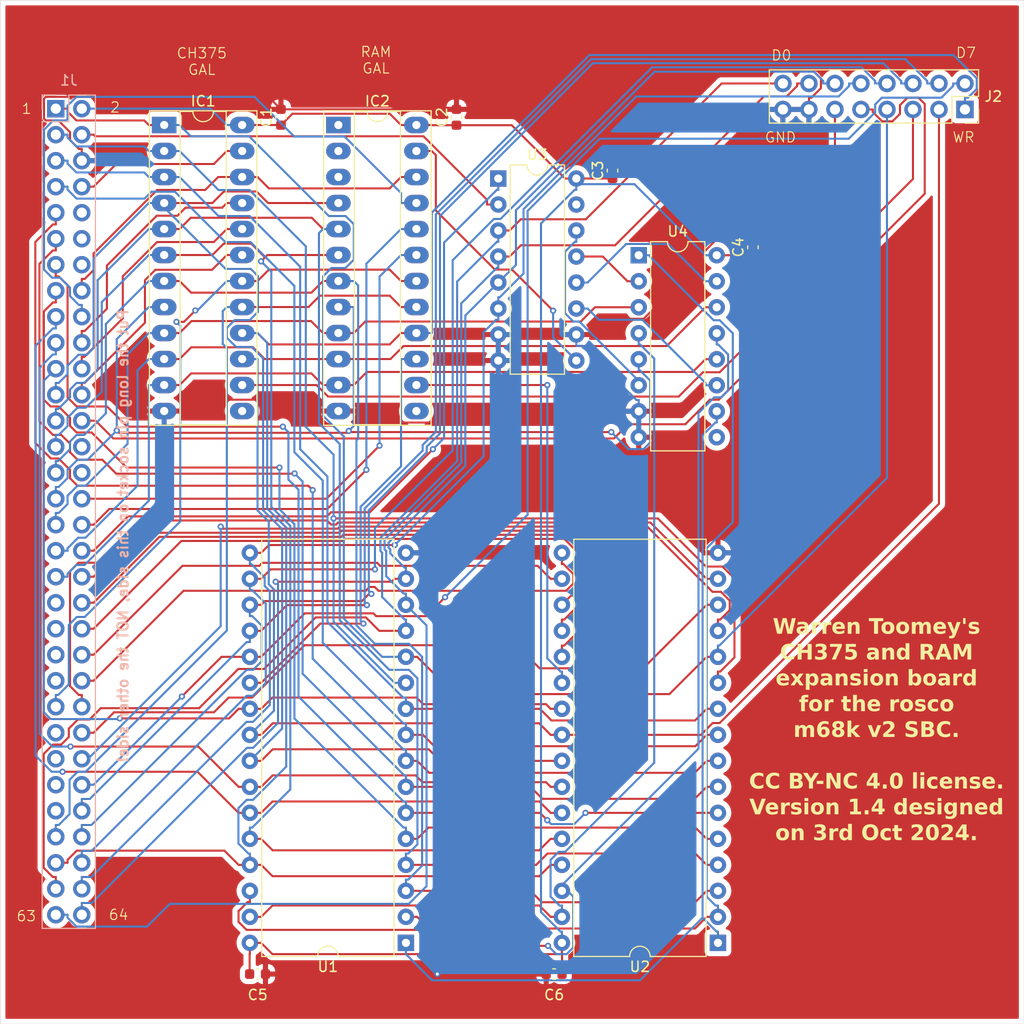
<source format=kicad_pcb>
(kicad_pcb (version 20240108) (generator "pcbnew") (generator_version "8.0")
  (layers (0 "F.Cu" signal) (31 "B.Cu" signal) (34 "B.Paste" user) (35 "F.Paste" user) (36 "B.SilkS" user "B.Silkscreen") (37 "F.SilkS" user "F.Silkscreen") (38 "B.Mask" user) (39 "F.Mask" user) (44 "Edge.Cuts" user))
  (net 0 "")
  (net 2 "DTACK")
  (net 3 "VPA")
  (net 4 "IRQ3")
  (net 5 "A15")
  (net 6 "~{CHCS}")
  (net 8 "A19")
  (net 9 "A14")
  (net 10 "GND")
  (net 11 "A16")
  (net 12 "R~{W}")
  (net 13 "A18")
  (net 14 "LDS")
  (net 15 "A17")
  (net 16 "VMA")
  (net 18 "W~{R}")
  (net 19 "IOSEL")
  (net 20 "CLK")
  (net 21 "VCC")
  (net 22 "D5")
  (net 23 "D6")
  (net 24 "D4")
  (net 25 "D7")
  (net 26 "D2")
  (net 27 "D0")
  (net 28 "A1")
  (net 29 "D1")
  (net 30 "D3")
  (net 31 "D8")
  (net 32 "FC1")
  (net 33 "D13")
  (net 34 "RESET")
  (net 35 "BERR")
  (net 36 "D11")
  (net 37 "A20")
  (net 38 "A3")
  (net 39 "A10")
  (net 40 "UDS")
  (net 41 "FC2")
  (net 42 "A7")
  (net 43 "A2")
  (net 44 "D9")
  (net 45 "AS")
  (net 46 "A22")
  (net 47 "BG")
  (net 48 "A11")
  (net 49 "EXPSEL")
  (net 50 "A8")
  (net 51 "D12")
  (net 52 "A12")
  (net 53 "A21")
  (net 54 "D15")
  (net 55 "A13")
  (net 56 "A6")
  (net 57 "A23")
  (net 58 "IRQ5")
  (net 59 "BR")
  (net 60 "FC0")
  (net 61 "E")
  (net 62 "D14")
  (net 63 "IRQ6")
  (net 64 "BGACK")
  (net 65 "A4")
  (net 66 "IRQ2")
  (net 67 "A9")
  (net 68 "D10")
  (net 69 "A5")
  (net 70 "~{ERAM1}")
  (net 71 "~{ORAM1}")
  (net 74 "~{BASESEL}")
  (net 75 "P17")
  (net 77 "P18")
  (net 78 "P19")
  (net 79 "P16")
  (net 80 "Net-(U3-Q0)")
  (net 81 "Net-(U3-Q3)")
  (net 82 "Net-(U3-Q2)")
  (net 83 "Net-(U3-Q1)")
  (footprint "Package_DIP:DIP-24_W7.62mm_Socket_LongPads" (layer "F.Cu") (at 43.952 35.047)
    (property "Reference" "IC1")
    (property "Value" "ATF22V10C")
  )
  (footprint "Package_DIP:DIP-32_W15.24mm" (layer "F.Cu") (at 98.044 114.935 180)
    (property "Reference" "U2")
    (property "Value" "AS6C4008-55PCN")
  )
  (footprint "Package_DIP:DIP-16_W7.62mm" (layer "F.Cu") (at 90.307 47.767)
    (property "Reference" "U4")
    (property "Value" "74LS283")
  )
  (footprint "Capacitor_SMD:C_0603_1608Metric" (layer "F.Cu") (at 55.359 34.29 90)
    (property "Reference" "C1")
    (property "Value" "100nF")
  )
  (footprint "Capacitor_SMD:C_0603_1608Metric" (layer "F.Cu") (at 82.042 117.983 180)
    (property "Reference" "C6")
    (property "Value" "100nF")
  )
  (footprint "Connector_PinSocket_2.54mm:PinSocket_2x08_P2.54mm_Vertical" (layer "F.Cu") (at 122.174 33.528 -90)
    (property "Reference" "J2")
    (property "Value" "Conn_02x08_Odd_Even")
  )
  (footprint "Capacitor_SMD:C_0603_1608Metric" (layer "F.Cu") (at 72.504 34.29 90)
    (property "Reference" "C2")
    (property "Value" "100nF")
  )
  (footprint "Capacitor_SMD:C_0603_1608Metric" (layer "F.Cu") (at 101.46 46.99 90)
    (property "Reference" "C4")
    (property "Value" "100nF")
  )
  (footprint "Capacitor_SMD:C_0603_1608Metric" (layer "F.Cu") (at 53.073 117.983)
    (property "Reference" "C5")
    (property "Value" "100nF")
  )
  (footprint "Package_DIP:DIP-24_W7.62mm_Socket_LongPads" (layer "F.Cu") (at 60.97 35.047)
    (property "Reference" "IC2")
    (property "Value" "ATF22V10C")
  )
  (footprint "Capacitor_SMD:C_0603_1608Metric" (layer "F.Cu") (at 87.744 39.497 90)
    (property "Reference" "C3")
    (property "Value" "100nF")
  )
  (footprint "Package_DIP:DIP-16_W7.62mm" (layer "F.Cu") (at 76.591 40.274)
    (property "Reference" "U3")
    (property "Value" "74HCT161")
  )
  (footprint "Package_DIP:DIP-32_W15.24mm" (layer "F.Cu") (at 67.564 114.935 180)
    (property "Reference" "U1")
    (property "Value" "AS6C4008-55PCN")
  )
  (footprint "Connector_PinSocket_2.54mm:PinSocket_2x32_P2.54mm_Vertical" (layer "B.Cu") (at 33.365 33.45 180)
    (property "Reference" "J1")
    (property "Value" "Conn_02x32_Odd_Even")
  )
  (gr_rect (start 27.94 22.86) (end 127.94 122.86) (stroke (width 0.05)) (fill none) (layer "Edge.Cuts"))
  (gr_text "Put the long pin socket on this side, NOT the other side!" (at 40.513 52.959 90) (layer "B.SilkS") (effects (font (size 1 1) (thickness 0.2) (bold yes)) (justify left bottom mirror)))
  (gr_text "64" (at 38.481 112.776 0) (layer "F.SilkS") (effects (font (size 1 1) (thickness 0.1)) (justify left bottom)))
  (gr_text "GND" (at 102.5652 36.83 0) (layer "F.SilkS") (effects (font (size 1 1) (thickness 0.1)) (justify left bottom)))
  (gr_text "2" (at 38.608 33.909 0) (layer "F.SilkS") (effects (font (size 1 1) (thickness 0.1)) (justify left bottom)))
  (gr_text "Warren Toomey's\nCH375 and RAM\nexpansion board\nfor the rosco\nm68k v2 SBC.\n\nCC BY-NC 4.0 license.\nVersion 1.4 designed\non 3rd Oct 2024." (at 113.538 105.156 0) (layer "F.SilkS") (effects (font (size 1.5 1.5) (thickness 0.2) (bold yes)) (justify bottom)))
  (gr_text "RAM\nGAL" (at 64.643 30.099 0) (layer "F.SilkS") (effects (font (size 1 1) (thickness 0.1)) (justify bottom)))
  (gr_text "1\n" (at 29.972 34.036 0) (layer "F.SilkS") (effects (font (size 1 1) (thickness 0.1)) (justify left bottom)))
  (gr_text "63" (at 29.464 112.903 0) (layer "F.SilkS") (effects (font (size 1 1) (thickness 0.1)) (justify left bottom)))
  (gr_text "D0" (at 103.2002 28.829 0) (layer "F.SilkS") (effects (font (size 1 1) (thickness 0.1)) (justify left bottom)))
  (gr_text "WR" (at 120.904 36.83 0) (layer "F.SilkS") (effects (font (size 1 1) (thickness 0.1)) (justify left bottom)))
  (gr_text "CH375\nGAL" (at 47.625 30.226 0) (layer "F.SilkS") (effects (font (size 1 1) (thickness 0.1)) (justify bottom)))
  (gr_text "D7\n" (at 121.2342 28.575 0) (layer "F.SilkS") (effects (font (size 1 1) (thickness 0.1)) (justify left bottom)))
  (segment (start 58.0547 52.827) (end 51.572 52.827) (width 0.2) (layer "F.Cu") (net 2))
  (segment (start 65.9787 51.7158) (end 59.1659 51.7158) (width 0.2) (layer "F.Cu") (net 2))
  (segment (start 67.0899 52.827) (end 65.9787 51.7158) (width 0.2) (layer "F.Cu") (net 2))
  (segment (start 68.59 52.827) (end 67.0899 52.827) (width 0.2) (layer "F.Cu") (net 2))
  (segment (start 59.1659 51.7158) (end 58.0547 52.827) (width 0.2) (layer "F.Cu") (net 2))
  (segment (start 50.0719 84.4228) (end 50.0719 56.833) (width 0.2) (layer "B.Cu") (net 2))
  (segment (start 50.0719 52.827) (end 51.572 52.827) (width 0.2) (layer "B.Cu") (net 2))
  (segment (start 36.2747 98.22) (end 50.0719 84.4228) (width 0.2) (layer "B.Cu") (net 2))
  (segment (start 33.6525 103.42) (end 34.7114 102.361) (width 0.2) (layer "B.Cu") (net 2))
  (segment (start 34.7114 102.361) (end 34.7114 99.0032) (width 0.2) (layer "B.Cu") (net 2))
  (segment (start 34.7114 99.0032) (end 35.4946 98.22) (width 0.2) (layer "B.Cu") (net 2))
  (segment (start 33.365 103.42) (end 33.6525 103.42) (width 0.2) (layer "B.Cu") (net 2))
  (segment (start 49.6718 53.2271) (end 50.0719 52.827) (width 0.2) (layer "B.Cu") (net 2))
  (segment (start 50.0719 56.833) (end 49.6718 56.4329) (width 0.2) (layer "B.Cu") (net 2))
  (segment (start 33.365 104.57) (end 33.365 103.42) (width 0.2) (layer "B.Cu") (net 2))
  (segment (start 49.6718 56.4329) (end 49.6718 53.2271) (width 0.2) (layer "B.Cu") (net 2))
  (segment (start 35.4946 98.22) (end 36.2747 98.22) (width 0.2) (layer "B.Cu") (net 2))
  (segment (start 48.8019 38.857) (end 39.2681 38.857) (width 0.2) (layer "F.Cu") (net 3))
  (segment (start 39.2681 38.857) (end 37.0551 41.07) (width 0.2) (layer "F.Cu") (net 3))
  (segment (start 37.0551 41.07) (end 35.905 41.07) (width 0.2) (layer "F.Cu") (net 3))
  (segment (start 51.572 37.587) (end 50.0719 37.587) (width 0.2) (layer "F.Cu") (net 3))
  (segment (start 50.0719 37.587) (end 48.8019 38.857) (width 0.2) (layer "F.Cu") (net 3))
  (segment (start 59.4699 50.287) (end 58.3338 51.4231) (width 0.2) (layer "F.Cu") (net 5))
  (segment (start 79.7298 109.855) (end 67.564 109.855) (width 0.2) (layer "F.Cu") (net 5))
  (segment (start 80.841 110.966) (end 79.7298 109.855) (width 0.2) (layer "F.Cu") (net 5))
  (segment (start 95.8327 110.966) (end 80.841 110.966) (width 0.2) (layer "F.Cu") (net 5))
  (segment (start 60.97 50.287) (end 59.4699 50.287) (width 0.2) (layer "F.Cu") (net 5))
  (segment (start 96.9439 109.855) (end 95.8327 110.966) (width 0.2) (layer "F.Cu") (net 5))
  (segment (start 58.3338 51.4231) (end 46.5882 51.4231) (width 0.2) (layer "F.Cu") (net 5))
  (segment (start 98.044 109.855) (end 96.9439 109.855) (width 0.2) (layer "F.Cu") (net 5))
  (segment (start 45.4521 50.287) (end 43.952 50.287) (width 0.2) (layer "F.Cu") (net 5))
  (segment (start 46.5882 51.4231) (end 45.4521 50.287) (width 0.2) (layer "F.Cu") (net 5))
  (segment (start 69.1453 86.9928) (end 69.1453 107.402) (width 0.2) (layer "B.Cu") (net 5))
  (segment (start 38.2555 63.2059) (end 38.2555 54.4834) (width 0.2) (layer "B.Cu") (net 5))
  (segment (start 36.1416 65.3198) (end 38.2555 63.2059) (width 0.2) (layer "B.Cu") (net 5))
  (segment (start 69.1453 107.402) (end 67.7919 108.755) (width 0.2) (layer "B.Cu") (net 5))
  (segment (start 34.7548 66.7084) (end 34.7548 65.9647) (width 0.2) (layer "B.Cu") (net 5))
  (segment (start 67.8775 85.725) (end 69.1453 86.9928) (width 0.2) (layer "B.Cu") (net 5))
  (segment (start 62.7312 83.9209) (end 64.5353 85.725) (width 0.2) (layer "B.Cu") (net 5))
  (segment (start 62.7312 65.8449) (end 62.7312 83.9209) (width 0.2) (layer "B.Cu") (net 5))
  (segment (start 62.8994 50.7163) (end 62.8994 65.6767) (width 0.2) (layer "B.Cu") (net 5))
  (segment (start 33.365 69.01) (end 33.365 67.8599) (width 0.2) (layer "B.Cu") (net 5))
  (segment (start 33.6033 67.8599) (end 34.7548 66.7084) (width 0.2) (layer "B.Cu") (net 5))
  (segment (start 38.2555 54.4834) (end 42.4519 50.287) (width 0.2) (layer "B.Cu") (net 5))
  (segment (start 33.365 67.8599) (end 33.6033 67.8599) (width 0.2) (layer "B.Cu") (net 5))
  (segment (start 62.4701 50.287) (end 62.8994 50.7163) (width 0.2) (layer "B.Cu") (net 5))
  (segment (start 42.4519 50.287) (end 43.952 50.287) (width 0.2) (layer "B.Cu") (net 5))
  (segment (start 35.3997 65.3198) (end 36.1416 65.3198) (width 0.2) (layer "B.Cu") (net 5))
  (segment (start 60.97 50.287) (end 62.4701 50.287) (width 0.2) (layer "B.Cu") (net 5))
  (segment (start 67.564 108.755) (end 67.564 109.855) (width 0.2) (layer "B.Cu") (net 5))
  (segment (start 62.8994 65.6767) (end 62.7312 65.8449) (width 0.2) (layer "B.Cu") (net 5))
  (segment (start 34.7548 65.9647) (end 35.3997 65.3198) (width 0.2) (layer "B.Cu") (net 5))
  (segment (start 64.5353 85.725) (end 67.8775 85.725) (width 0.2) (layer "B.Cu") (net 5))
  (segment (start 67.7919 108.755) (end 67.564 108.755) (width 0.2) (layer "B.Cu") (net 5))
  (segment (start 98.2127 59.197) (end 117.094 40.3157) (width 0.2) (layer "F.Cu") (net 6))
  (segment (start 58.8358 60.447) (end 59.9601 61.5713) (width 0.2) (layer "F.Cu") (net 6))
  (segment (start 59.9601 61.5713) (end 94.2089 61.5713) (width 0.2) (layer "F.Cu") (net 6))
  (segment (start 51.572 60.447) (end 58.8358 60.447) (width 0.2) (layer "F.Cu") (net 6))
  (segment (start 94.2089 61.5713) (end 96.5832 59.197) (width 0.2) (layer "F.Cu") (net 6))
  (segment (start 117.094 40.3157) (end 117.094 33.528) (width 0.2) (layer "F.Cu") (net 6))
  (segment (start 96.5832 59.197) (end 98.2127 59.197) (width 0.2) (layer "F.Cu") (net 6))
  (segment (start 60.97 60.447) (end 59.4699 60.447) (width 0.2) (layer "F.Cu") (net 8))
  (segment (start 95.5864 59.1675) (end 96.8269 57.927) (width 0.2) (layer "F.Cu") (net 8))
  (segment (start 62.4701 60.447) (end 63.7496 59.1675) (width 0.2) (layer "F.Cu") (net 8))
  (segment (start 46.5883 59.3108) (end 45.4521 60.447) (width 0.2) (layer "F.Cu") (net 8))
  (segment (start 58.3337 59.3108) (end 46.5883 59.3108) (width 0.2) (layer "F.Cu") (net 8))
  (segment (start 96.8269 57.927) (end 97.927 57.927) (width 0.2) (layer "F.Cu") (net 8))
  (segment (start 45.4521 60.447) (end 43.952 60.447) (width 0.2) (layer "F.Cu") (net 8))
  (segment (start 63.7496 59.1675) (end 95.5864 59.1675) (width 0.2) (layer "F.Cu") (net 8))
  (segment (start 60.97 60.447) (end 62.4701 60.447) (width 0.2) (layer "F.Cu") (net 8))
  (segment (start 59.4699 60.447) (end 58.3337 59.3108) (width 0.2) (layer "F.Cu") (net 8))
  (segment (start 42.4519 71.7467) (end 36.1787 78.0199) (width 0.2) (layer "B.Cu") (net 8))
  (segment (start 42.4519 60.447) (end 42.4519 71.7467) (width 0.2) (layer "B.Cu") (net 8))
  (segment (start 34.5151 79.17) (end 33.365 79.17) (width 0.2) (layer "B.Cu") (net 8))
  (segment (start 34.5151 78.8824) (end 34.5151 79.17) (width 0.2) (layer "B.Cu") (net 8))
  (segment (start 36.1787 78.0199) (end 35.3776 78.0199) (width 0.2) (layer "B.Cu") (net 8))
  (segment (start 35.3776 78.0199) (end 34.5151 78.8824) (width 0.2) (layer "B.Cu") (net 8))
  (segment (start 43.952 60.447) (end 42.4519 60.447) (width 0.2) (layer "B.Cu") (net 8))
  (segment (start 81.7039 104.775) (end 80.5837 105.895) (width 0.2) (layer "F.Cu") (net 9))
  (segment (start 53.8004 47.9771) (end 52.459 46.6358) (width 0.2) (layer "F.Cu") (net 9))
  (segment (start 82.804 104.775) (end 81.7039 104.775) (width 0.2) (layer "F.Cu") (net 9))
  (segment (start 52.459 46.6358) (end 49.7679 46.6358) (width 0.2) (layer "F.Cu") (net 9))
  (segment (start 53.4241 104.775) (end 52.324 104.775) (width 0.2) (layer "F.Cu") (net 9))
  (segment (start 48.6567 47.747) (end 43.952 47.747) (width 0.2) (layer "F.Cu") (net 9))
  (segment (start 80.5837 105.895) (end 54.5443 105.895) (width 0.2) (layer "F.Cu") (net 9))
  (segment (start 54.5443 105.895) (end 53.4241 104.775) (width 0.2) (layer "F.Cu") (net 9))
  (segment (start 49.7679 46.6358) (end 48.6567 47.747) (width 0.2) (layer "F.Cu") (net 9))
  (segment (start 60.97 47.747) (end 54.0305 47.747) (width 0.2) (layer "F.Cu") (net 9))
  (segment (start 54.0305 47.747) (end 53.8004 47.9771) (width 0.2) (layer "F.Cu") (net 9))
  (segment (start 53.8004 47.9771) (end 53.4168 48.3607) (width 0.2) (layer "F.Cu") (net 9))
  (via (at 53.4168 48.3607) (size 0.6) (drill 0.3) (layers "F.Cu" "B.Cu") (net 9))
  (segment (start 37.8554 61.0973) (end 37.8554 52.3435) (width 0.2) (layer "B.Cu") (net 9))
  (segment (start 33.365 65.3199) (end 33.6526 65.3199) (width 0.2) (layer "B.Cu") (net 9))
  (segment (start 52.5519 103.675) (end 52.324 103.675) (width 0.2) (layer "B.Cu") (net 9))
  (segment (start 53.4168 48.3607) (end 54.4156 49.3595) (width 0.2) (layer "B.Cu") (net 9))
  (segment (start 56.2736 74.2026) (end 56.2736 99.9532) (width 0.2) (layer "B.Cu") (net 9))
  (segment (start 34.5151 63.6315) (end 35.4866 62.66) (width 0.2) (layer "B.Cu") (net 9))
  (segment (start 33.365 66.47) (end 33.365 65.3199) (width 0.2) (layer "B.Cu") (net 9))
  (segment (start 34.5151 64.4574) (end 34.5151 63.6315) (width 0.2) (layer "B.Cu") (net 9))
  (segment (start 52.324 103.675) (end 52.324 104.775) (width 0.2) (layer "B.Cu") (net 9))
  (segment (start 33.6526 65.3199) (end 34.5151 64.4574) (width 0.2) (layer "B.Cu") (net 9))
  (segment (start 36.2927 62.66) (end 37.8554 61.0973) (width 0.2) (layer "B.Cu") (net 9))
  (segment (start 56.2736 99.9532) (end 52.5519 103.675) (width 0.2) (layer "B.Cu") (net 9))
  (segment (start 35.4866 62.66) (end 36.2927 62.66) (width 0.2) (layer "B.Cu") (net 9))
  (segment (start 54.4156 49.3595) (end 54.4156 72.3446) (width 0.2) (layer "B.Cu") (net 9))
  (segment (start 37.8554 52.3435) (end 42.4519 47.747) (width 0.2) (layer "B.Cu") (net 9))
  (segment (start 54.4156 72.3446) (end 56.2736 74.2026) (width 0.2) (layer "B.Cu") (net 9))
  (segment (start 42.4519 47.747) (end 43.952 47.747) (width 0.2) (layer "B.Cu") (net 9))
  (segment (start 35.905 37.3799) (end 35.6174 37.3799) (width 0.2) (layer "F.Cu") (net 10))
  (segment (start 34.7549 36.5174) (end 34.7549 35.7437) (width 0.2) (layer "F.Cu") (net 10))
  (segment (start 32.3894 34.6002) (end 32.2148 34.4256) (width 0.2) (layer "F.Cu") (net 10))
  (segment (start 107.413 29.816) (end 108.104 30.5068) (width 0.2) (layer "F.Cu") (net 10))
  (segment (start 32.2148 32.468) (end 32.3872 32.2956) (width 0.2) (layer "F.Cu") (net 10))
  (segment (start 87.744 38.722) (end 96.65 29.816) (width 0.2) (layer "F.Cu") (net 10))
  (segment (start 32.3872 32.2956) (end 54.1396 32.2956) (width 0.2) (layer "F.Cu") (net 10))
  (segment (start 96.65 29.816) (end 107.413 29.816) (width 0.2) (layer "F.Cu") (net 10))
  (segment (start 34.7549 35.7437) (end 33.6114 34.6002) (width 0.2) (layer "F.Cu") (net 10))
  (segment (start 45.4521 62.987) (end 46.5633 61.8758) (width 0.2) (layer "F.Cu") (net 10))
  (segment (start 76.591 55.514) (end 84.211 55.514) (width 0.2) (layer "F.Cu") (net 10))
  (segment (start 98.044 74.3841) (end 98.044 76.835) (width 0.2) (layer "F.Cu") (net 10))
  (segment (start 46.5633 61.8758) (end 58.3587 61.8758) (width 0.2) (layer "F.Cu") (net 10))
  (segment (start 86.4333 63.007) (end 85.3311 64.1092) (width 0.2) (layer "F.Cu") (net 10))
  (segment (start 90.307 63.007) (end 86.4333 63.007) (width 0.2) (layer "F.Cu") (net 10))
  (segment (start 59.4699 62.987) (end 60.97 62.987) (width 0.2) (layer "F.Cu") (net 10))
  (segment (start 106.934 32.3779) (end 106.934 33.528) (width 0.2) (layer "F.Cu") (net 10))
  (segment (start 108.104 31.4462) (end 107.172 32.3779) (width 0.2) (layer "F.Cu") (net 10))
  (segment (start 90.307 66.6471) (end 98.044 74.3841) (width 0.2) (layer "F.Cu") (net 10))
  (segment (start 62.4701 62.987) (end 60.97 62.987) (width 0.2) (layer "F.Cu") (net 10))
  (segment (start 70.6359 117.983) (end 81.267 117.983) (width 0.2) (layer "F.Cu") (net 10))
  (segment (start 63.5923 64.1092) (end 62.4701 62.987) (width 0.2) (layer "F.Cu") (net 10))
  (segment (start 54.1396 32.2956) (end 55.359 33.515) (width 0.2) (layer "F.Cu") (net 10))
  (segment (start 53.848 117.983) (end 70.6359 117.983) (width 0.2) (layer "F.Cu") (net 10))
  (segment (start 104.394 33.528) (end 104.394 43.281) (width 0.2) (layer "F.Cu") (net 10))
  (segment (start 58.3587 61.8758) (end 59.4699 62.987) (width 0.2) (layer "F.Cu") (net 10))
  (segment (start 33.6114 34.6002) (end 32.3894 34.6002) (width 0.2) (layer "F.Cu") (net 10))
  (segment (start 90.307 65.547) (end 90.307 66.6471) (width 0.2) (layer "F.Cu") (net 10))
  (segment (start 104.394 43.281) (end 101.46 46.215) (width 0.2) (layer "F.Cu") (net 10))
  (segment (start 96.575 47.553) (end 96.575 48.1849) (width 0.2) (layer "F.Cu") (net 10))
  (segment (start 97.913 46.215) (end 96.575 47.553) (width 0.2) (layer "F.Cu") (net 10))
  (segment (start 43.952 62.987) (end 45.4521 62.987) (width 0.2) (layer "F.Cu") (net 10))
  (segment (start 85.3311 64.1092) (end 63.5923 64.1092) (width 0.2) (layer "F.Cu") (net 10))
  (segment (start 55.359 33.515) (end 72.504 33.515) (width 0.2) (layer "F.Cu") (net 10))
  (segment (start 35.905 38.53) (end 35.905 37.3799) (width 0.2) (layer "F.Cu") (net 10))
  (segment (start 32.2148 34.4256) (end 32.2148 32.468) (width 0.2) (layer "F.Cu") (net 10))
  (segment (start 107.172 32.3779) (end 106.934 32.3779) (width 0.2) (layer "F.Cu") (net 10))
  (segment (start 108.104 30.5068) (end 108.104 31.4462) (width 0.2) (layer "F.Cu") (net 10))
  (segment (start 96.575 48.1849) (end 90.7845 53.9754) (width 0.2) (layer "F.Cu") (net 10))
  (segment (start 82.537 33.515) (end 87.744 38.722) (width 0.2) (layer "F.Cu") (net 10))
  (segment (start 90.7845 53.9754) (end 86.8497 53.9754) (width 0.2) (layer "F.Cu") (net 10))
  (segment (start 86.8497 53.9754) (end 85.3111 55.514) (width 0.2) (layer "F.Cu") (net 10))
  (segment (start 85.3111 55.514) (end 84.211 55.514) (width 0.2) (layer "F.Cu") (net 10))
  (segment (start 104.394 33.528) (end 106.934 33.528) (width 0.2) (layer "F.Cu") (net 10))
  (segment (start 72.504 33.515) (end 82.537 33.515) (width 0.2) (layer "F.Cu") (net 10))
  (segment (start 101.46 46.215) (end 97.913 46.215) (width 0.2) (layer "F.Cu") (net 10))
  (segment (start 35.6174 37.3799) (end 34.7549 36.5174) (width 0.2) (layer "F.Cu") (net 10))
  (via (at 70.6359 117.983) (size 0.6) (drill 0.3) (layers "F.Cu" "B.Cu") (net 10))
  (segment (start 90.307 65.547) (end 90.307 63.007) (width 0.2) (layer "B.Cu") (net 10))
  (segment (start 68.6641 76.835) (end 70.6359 78.8068) (width 0.2) (layer "B.Cu") (net 10))
  (segment (start 76.591 68.9081) (end 68.6641 76.835) (width 0.2) (layer "B.Cu") (net 10))
  (segment (start 84.211 55.514) (end 84.211 56.6141) (width 0.2) (layer "B.Cu") (net 10))
  (segment (start 76.591 58.054) (end 76.591 68.9081) (width 0.2) (layer "B.Cu") (net 10))
  (segment (start 67.564 76.835) (end 68.6641 76.835) (width 0.2) (layer "B.Cu") (net 10))
  (segment (start 70.6359 78.8068) (end 70.6359 117.983) (width 0.2) (layer "B.Cu") (net 10))
  (segment (start 84.211 56.6141) (end 84.7862 56.6141) (width 0.2) (layer "B.Cu") (net 10))
  (segment (start 84.7862 56.6141) (end 90.079 61.9069) (width 0.2) (layer "B.Cu") (net 10))
  (segment (start 90.307 61.9069) (end 90.307 63.007) (width 0.2) (layer "B.Cu") (net 10))
  (segment (start 76.591 55.514) (end 76.591 58.054) (width 0.2) (layer "B.Cu") (net 10))
  (segment (start 90.079 61.9069) (end 90.307 61.9069) (width 0.2) (layer "B.Cu") (net 10))
  (segment (start 39.546 65.1124) (end 61.795 65.1124) (width 0.2) (layer "F.Cu") (net 11))
  (segment (start 61.795 65.1124) (end 61.9812 64.9262) (width 0.2) (layer "F.Cu") (net 11))
  (segment (start 62.0968 65.0418) (end 87.6284 65.0418) (width 0.2) (layer "F.Cu") (net 11))
  (segment (start 61.9812 64.9262) (end 62.0968 65.0418) (width 0.2) (layer "F.Cu") (net 11))
  (segment (start 39.3205 64.8869) (end 39.546 65.1124) (width 0.2) (layer "F.Cu") (net 11))
  (via (at 39.3205 64.8869) (size 0.6) (drill 0.3) (layers "F.Cu" "B.Cu") (net 11))
  (via (at 87.6284 65.0418) (size 0.6) (drill 0.3) (layers "F.Cu" "B.Cu") (net 11))
  (via (at 61.9812 64.9262) (size 0.6) (drill 0.3) (layers "F.Cu" "B.Cu") (net 11))
  (segment (start 62.4701 52.827) (end 60.97 52.827) (width 0.2) (layer "B.Cu") (net 11))
  (segment (start 91.4206 66.0598) (end 90.7765 66.7039) (width 0.2) (layer "B.Cu") (net 11))
  (segment (start 33.6526 70.3999) (end 34.5151 69.5374) (width 0.2) (layer "B.Cu") (net 11))
  (segment (start 34.5151 68.7115) (end 35.4866 67.74) (width 0.2) (layer "B.Cu") (net 11))
  (segment (start 36.4674 67.74) (end 39.3205 64.8869) (width 0.2) (layer "B.Cu") (net 11))
  (segment (start 39.3205 64.8869) (end 39.3205 55.9584) (width 0.2) (layer "B.Cu") (net 11))
  (segment (start 90.307 57.927) (end 90.307 59.0271) (width 0.2) (layer "B.Cu") (net 11))
  (segment (start 33.365 71.55) (end 33.365 70.3999) (width 0.2) (layer "B.Cu") (net 11))
  (segment (start 89.2905 66.7039) (end 87.6284 65.0418) (width 0.2) (layer "B.Cu") (net 11))
  (segment (start 90.4445 59.0271) (end 91.4206 60.0032) (width 0.2) (layer "B.Cu") (net 11))
  (segment (start 42.4519 52.827) (end 43.952 52.827) (width 0.2) (layer "B.Cu") (net 11))
  (segment (start 35.4866 67.74) (end 36.4674 67.74) (width 0.2) (layer "B.Cu") (net 11))
  (segment (start 33.365 70.3999) (end 33.6526 70.3999) (width 0.2) (layer "B.Cu") (net 11))
  (segment (start 34.5151 69.5374) (end 34.5151 68.7115) (width 0.2) (layer "B.Cu") (net 11))
  (segment (start 91.4206 60.0032) (end 91.4206 66.0598) (width 0.2) (layer "B.Cu") (net 11))
  (segment (start 39.3205 55.9584) (end 42.4519 52.827) (width 0.2) (layer "B.Cu") (net 11))
  (segment (start 62.4701 64.4373) (end 62.4701 52.827) (width 0.2) (layer "B.Cu") (net 11))
  (segment (start 90.7765 66.7039) (end 89.2905 66.7039) (width 0.2) (layer "B.Cu") (net 11))
  (segment (start 61.9812 64.9262) (end 62.4701 64.4373) (width 0.2) (layer "B.Cu") (net 11))
  (segment (start 90.307 59.0271) (end 90.4445 59.0271) (width 0.2) (layer "B.Cu") (net 11))
  (segment (start 35.4099 105.928) (end 34.5151 106.822) (width 0.2) (layer "F.Cu") (net 12))
  (segment (start 51.2239 107.315) (end 49.8366 105.928) (width 0.2) (layer "F.Cu") (net 12))
  (segment (start 67.0899 55.367) (end 65.9788 56.4781) (width 0.2) (layer "F.Cu") (net 12))
  (segment (start 52.324 107.315) (end 53.4241 107.315) (width 0.2) (layer "F.Cu") (net 12))
  (segment (start 34.5151 106.822) (end 34.5151 107.11) (width 0.2) (layer "F.Cu") (net 12))
  (segment (start 54.5315 108.422) (end 80.5965 108.422) (width 0.2) (layer "F.Cu") (net 12))
  (segment (start 54.1832 56.4781) (end 53.0721 55.367) (width 0.2) (layer "F.Cu") (net 12))
  (segment (start 49.8366 105.928) (end 35.4099 105.928) (width 0.2) (layer "F.Cu") (net 12))
  (segment (start 53.4241 107.315) (end 54.5315 108.422) (width 0.2) (layer "F.Cu") (net 12))
  (segment (start 65.9788 56.4781) (end 54.1832 56.4781) (width 0.2) (layer "F.Cu") (net 12))
  (segment (start 80.5965 108.422) (end 81.7039 107.315) (width 0.2) (layer "F.Cu") (net 12))
  (segment (start 53.0721 55.367) (end 51.572 55.367) (width 0.2) (layer "F.Cu") (net 12))
  (segment (start 52.324 107.315) (end 51.2239 107.315) (width 0.2) (layer "F.Cu") (net 12))
  (segment (start 34.5151 107.11) (end 33.365 107.11) (width 0.2) (layer "F.Cu") (net 12))
  (segment (start 81.7039 107.315) (end 82.804 107.315) (width 0.2) (layer "F.Cu") (net 12))
  (segment (start 68.59 55.367) (end 67.0899 55.367) (width 0.2) (layer "F.Cu") (net 12))
  (segment (start 121.046 28.211) (end 85.4862 28.211) (width 0.2) (layer "B.Cu") (net 12))
  (segment (start 52.6313 100.965) (end 52.0145 100.965) (width 0.2) (layer "B.Cu") (net 12))
  (segment (start 52.324 106.215) (end 52.324 107.315) (width 0.2) (layer "B.Cu") (net 12))
  (segment (start 123.324 30.4894) (end 121.046 28.211) (width 0.2) (layer "B.Cu") (net 12))
  (segment (start 122.174 32.3779) (end 122.462 32.3779) (width 0.2) (layer "B.Cu") (net 12))
  (segment (start 54.0154 72.5102) (end 55.8734 74.3682) (width 0.2) (layer "B.Cu") (net 12))
  (segment (start 55.8734 74.3682) (end 55.8734 97.7229) (width 0.2) (layer "B.Cu") (net 12))
  (segment (start 70.0901 55.367) (end 68.59 55.367) (width 0.2) (layer "B.Cu") (net 12))
  (segment (start 51.572 55.367) (end 53.0721 55.367) (width 0.2) (layer "B.Cu") (net 12))
  (segment (start 122.462 32.3779) (end 123.324 31.5154) (width 0.2) (layer "B.Cu") (net 12))
  (segment (start 85.4862 28.211) (end 70.0901 43.6071) (width 0.2) (layer "B.Cu") (net 12))
  (segment (start 55.8734 97.7229) (end 52.6313 100.965) (width 0.2) (layer "B.Cu") (net 12))
  (segment (start 123.324 31.5154) (end 123.324 30.4894) (width 0.2) (layer "B.Cu") (net 12))
  (segment (start 70.0901 43.6071) (end 70.0901 55.367) (width 0.2) (layer "B.Cu") (net 12))
  (segment (start 51.2036 105.232) (end 52.1865 106.215) (width 0.2) (layer "B.Cu") (net 12))
  (segment (start 51.2036 101.776) (end 51.2036 105.232) (width 0.2) (layer "B.Cu") (net 12))
  (segment (start 53.0721 55.367) (end 54.0154 56.3103) (width 0.2) (layer "B.Cu") (net 12))
  (segment (start 52.1865 106.215) (end 52.324 106.215) (width 0.2) (layer "B.Cu") (net 12))
  (segment (start 54.0154 56.3103) (end 54.0154 72.5102) (width 0.2) (layer "B.Cu") (net 12))
  (segment (start 122.174 33.528) (end 122.174 32.3779) (width 0.2) (layer "B.Cu") (net 12))
  (segment (start 52.0145 100.965) (end 51.2036 101.776) (width 0.2) (layer "B.Cu") (net 12))
  (segment (start 96.8269 52.847) (end 93.0369 56.637) (width 0.2) (layer "F.Cu") (net 13))
  (segment (start 46.5987 56.7604) (end 52.6254 56.7604) (width 0.2) (layer "F.Cu") (net 13))
  (segment (start 43.952 57.907) (end 45.4521 57.907) (width 0.2) (layer "F.Cu") (net 13))
  (segment (start 97.927 52.847) (end 96.8269 52.847) (width 0.2) (layer "F.Cu") (net 13))
  (segment (start 52.6254 56.7604) (end 53.772 57.907) (width 0.2) (layer "F.Cu") (net 13))
  (segment (start 66.0611 57.907) (end 60.97 57.907) (width 0.2) (layer "F.Cu") (net 13))
  (segment (start 53.772 57.907) (end 60.97 57.907) (width 0.2) (layer "F.Cu") (net 13))
  (segment (start 67.3311 56.637) (end 66.0611 57.907) (width 0.2) (layer "F.Cu") (net 13))
  (segment (start 93.0369 56.637) (end 67.3311 56.637) (width 0.2) (layer "F.Cu") (net 13))
  (segment (start 45.4521 57.907) (end 46.5987 56.7604) (width 0.2) (layer "F.Cu") (net 13))
  (segment (start 41.3506 70.276) (end 41.3506 59.0083) (width 0.2) (layer "B.Cu") (net 13))
  (segment (start 35.5468 75.36) (end 36.2666 75.36) (width 0.2) (layer "B.Cu") (net 13))
  (segment (start 34.5151 76.63) (end 34.5151 76.3917) (width 0.2) (layer "B.Cu") (net 13))
  (segment (start 41.3506 59.0083) (end 42.4519 57.907) (width 0.2) (layer "B.Cu") (net 13))
  (segment (start 34.5151 76.3917) (end 35.5468 75.36) (width 0.2) (layer "B.Cu") (net 13))
  (segment (start 33.365 76.63) (end 34.5151 76.63) (width 0.2) (layer "B.Cu") (net 13))
  (segment (start 36.2666 75.36) (end 41.3506 70.276) (width 0.2) (layer "B.Cu") (net 13))
  (segment (start 42.4519 57.907) (end 43.952 57.907) (width 0.2) (layer "B.Cu") (net 13))
  (segment (start 35.905 71.55) (end 59.8031 71.55) (width 0.2) (layer "F.Cu") (net 14))
  (segment (start 59.8031 71.55) (end 64.9876 66.3655) (width 0.2) (layer "F.Cu") (net 14))
  (via (at 64.9876 66.3655) (size 0.6) (drill 0.3) (layers "F.Cu" "B.Cu") (net 14))
  (segment (start 64.9876 49.8493) (end 67.0899 47.747) (width 0.2) (layer "B.Cu") (net 14))
  (segment (start 67.0899 47.747) (end 68.59 47.747) (width 0.2) (layer "B.Cu") (net 14))
  (segment (start 64.9876 66.3655) (end 64.9876 49.8493) (width 0.2) (layer "B.Cu") (net 14))
  (segment (start 60.97 55.367) (end 59.4699 55.367) (width 0.2) (layer "F.Cu") (net 15))
  (segment (start 84.6423 54.2441) (end 86.0394 52.847) (width 0.2) (layer "F.Cu") (net 15))
  (segment (start 86.0394 52.847) (end 90.307 52.847) (width 0.2) (layer "F.Cu") (net 15))
  (segment (start 63.593 54.2441) (end 84.6423 54.2441) (width 0.2) (layer "F.Cu") (net 15))
  (segment (start 45.4521 55.367) (end 43.952 55.367) (width 0.2) (layer "F.Cu") (net 15))
  (segment (start 58.3002 54.1973) (end 46.6218 54.1973) (width 0.2) (layer "F.Cu") (net 15))
  (segment (start 46.6218 54.1973) (end 45.4521 55.367) (width 0.2) (layer "F.Cu") (net 15))
  (segment (start 59.4699 55.367) (end 58.3002 54.1973) (width 0.2) (layer "F.Cu") (net 15))
  (segment (start 62.4701 55.367) (end 63.593 54.2441) (width 0.2) (layer "F.Cu") (net 15))
  (segment (start 60.97 55.367) (end 62.4701 55.367) (width 0.2) (layer "F.Cu") (net 15))
  (segment (start 34.5151 71.2515) (end 34.5151 72.0774) (width 0.2) (layer "B.Cu") (net 15))
  (segment (start 40.3771 57.4418) (end 40.3771 66.1893) (width 0.2) (layer "B.Cu") (net 15))
  (segment (start 36.2864 70.28) (end 35.4866 70.28) (width 0.2) (layer "B.Cu") (net 15))
  (segment (start 34.5151 72.0774) (end 33.6526 72.9399) (width 0.2) (layer "B.Cu") (net 15))
  (segment (start 35.4866 70.28) (end 34.5151 71.2515) (width 0.2) (layer "B.Cu") (net 15))
  (segment (start 33.365 72.9399) (end 33.365 74.09) (width 0.2) (layer "B.Cu") (net 15))
  (segment (start 40.3771 66.1893) (end 36.2864 70.28) (width 0.2) (layer "B.Cu") (net 15))
  (segment (start 33.6526 72.9399) (end 33.365 72.9399) (width 0.2) (layer "B.Cu") (net 15))
  (segment (start 42.4519 55.367) (end 40.3771 57.4418) (width 0.2) (layer "B.Cu") (net 15))
  (segment (start 43.952 55.367) (end 42.4519 55.367) (width 0.2) (layer "B.Cu") (net 15))
  (segment (start 97.5334 93.4596) (end 96.378 94.615) (width 0.2) (layer "F.Cu") (net 18))
  (segment (start 119.634 33.528) (end 119.634 72.0419) (width 0.2) (layer "F.Cu") (net 18))
  (segment (start 53.4241 94.615) (end 54.553 93.4861) (width 0.2) (layer "F.Cu") (net 18))
  (segment (start 81.7039 94.615) (end 82.804 94.615) (width 0.2) (layer "F.Cu") (net 18))
  (segment (start 54.553 93.4861) (end 80.575 93.4861) (width 0.2) (layer "F.Cu") (net 18))
  (segment (start 119.634 72.0419) (end 98.2163 93.4596) (width 0.2) (layer "F.Cu") (net 18))
  (segment (start 98.2163 93.4596) (end 97.5334 93.4596) (width 0.2) (layer "F.Cu") (net 18))
  (segment (start 96.378 94.615) (end 82.804 94.615) (width 0.2) (layer "F.Cu") (net 18))
  (segment (start 52.324 94.615) (end 53.4241 94.615) (width 0.2) (layer "F.Cu") (net 18))
  (segment (start 80.575 93.4861) (end 81.7039 94.615) (width 0.2) (layer "F.Cu") (net 18))
  (segment (start 53.0721 57.907) (end 53.0721 72.6985) (width 0.2) (layer "B.Cu") (net 18))
  (segment (start 54.6731 80.4118) (end 54.6731 92.2659) (width 0.2) (layer "B.Cu") (net 18))
  (segment (start 51.572 57.907) (end 53.0721 57.907) (width 0.2) (layer "B.Cu") (net 18))
  (segment (start 54.1685 79.9072) (end 54.6731 80.4118) (width 0.2) (layer "B.Cu") (net 18))
  (segment (start 54.1685 73.7949) (end 54.1685 79.9072) (width 0.2) (layer "B.Cu") (net 18))
  (segment (start 53.0721 72.6985) (end 54.1685 73.7949) (width 0.2) (layer "B.Cu") (net 18))
  (segment (start 54.6731 92.2659) (end 52.324 94.615) (width 0.2) (layer "B.Cu") (net 18))
  (segment (start 53.0721 40.127) (end 51.572 40.127) (width 0.2) (layer "F.Cu") (net 19))
  (segment (start 35.905 51.23) (end 35.905 50.0799) (width 0.2) (layer "F.Cu") (net 19))
  (segment (start 36.1926 50.0799) (end 37.0551 49.2174) (width 0.2) (layer "F.Cu") (net 19))
  (segment (start 35.905 50.0799) (end 36.1926 50.0799) (width 0.2) (layer "F.Cu") (net 19))
  (segment (start 49.2226 40.127) (end 51.572 40.127) (width 0.2) (layer "F.Cu") (net 19))
  (segment (start 65.9788 41.2381) (end 54.1832 41.2381) (width 0.2) (layer "F.Cu") (net 19))
  (segment (start 68.59 40.127) (end 67.0899 40.127) (width 0.2) (layer "F.Cu") (net 19))
  (segment (start 54.1832 41.2381) (end 53.0721 40.127) (width 0.2) (layer "F.Cu") (net 19))
  (segment (start 67.0899 40.127) (end 65.9788 41.2381) (width 0.2) (layer "F.Cu") (net 19))
  (segment (start 43.2662 41.3868) (end 47.9628 41.3868) (width 0.2) (layer "F.Cu") (net 19))
  (segment (start 37.0551 47.5979) (end 43.2662 41.3868) (width 0.2) (layer "F.Cu") (net 19))
  (segment (start 37.0551 49.2174) (end 37.0551 47.5979) (width 0.2) (layer "F.Cu") (net 19))
  (segment (start 47.9628 41.3868) (end 49.2226 40.127) (width 0.2) (layer "F.Cu") (net 19))
  (segment (start 75.4909 42.3581) (end 69.28 36.1472) (width 0.2) (layer "F.Cu") (net 20))
  (segment (start 37.0551 35.99) (end 35.905 35.99) (width 0.2) (layer "F.Cu") (net 20))
  (segment (start 76.591 42.814) (end 75.4909 42.814) (width 0.2) (layer "F.Cu") (net 20))
  (segment (start 69.28 36.1472) (end 37.2123 36.1472) (width 0.2) (layer "F.Cu") (net 20))
  (segment (start 75.4909 42.814) (end 75.4909 42.3581) (width 0.2) (layer "F.Cu") (net 20))
  (segment (start 37.2123 36.1472) (end 37.0551 35.99) (width 0.2) (layer "F.Cu") (net 20))
  (segment (start 53.4241 114.935) (end 52.324 114.935) (width 0.2) (layer "F.Cu") (net 21))
  (segment (start 82.804 116.035) (end 54.5242 116.035) (width 0.2) (layer "F.Cu") (net 21))
  (segment (start 84.211 40.274) (end 85.3111 40.274) (width 0.2) (layer "F.Cu") (net 21))
  (segment (start 55.341 35.047) (end 51.572 35.047) (width 0.2) (layer "F.Cu") (net 21))
  (segment (start 99.0291 47.765) (end 101.46 47.765) (width 0.2) (layer "F.Cu") (net 21))
  (segment (start 67.0899 35.047) (end 68.59 35.047) (width 0.2) (layer "F.Cu") (net 21))
  (segment (start 70.1081 35.065) (end 72.504 35.065) (width 0.2) (layer "F.Cu") (net 21))
  (segment (start 97.927 47.767) (end 99.0271 47.767) (width 0.2) (layer "F.Cu") (net 21))
  (segment (start 85.3131 40.272) (end 87.744 40.272) (width 0.2) (layer "F.Cu") (net 21))
  (segment (start 56.4772 33.9468) (end 65.9897 33.9468) (width 0.2) (layer "F.Cu") (net 21))
  (segment (start 82.817 117.983) (end 82.817 116.048) (width 0.2) (layer "F.Cu") (net 21))
  (segment (start 77.9019 35.065) (end 72.504 35.065) (width 0.2) (layer "F.Cu") (net 21))
  (segment (start 55.359 35.065) (end 56.4772 33.9468) (width 0.2) (layer "F.Cu") (net 21))
  (segment (start 52.324 114.935) (end 52.324 116.035) (width 0.2) (layer "F.Cu") (net 21))
  (segment (start 109.474 33.528) (end 109.474 39.751) (width 0.2) (layer "F.Cu") (net 21))
  (segment (start 83.1109 40.274) (end 77.9019 35.065) (width 0.2) (layer "F.Cu") (net 21))
  (segment (start 82.817 116.048) (end 82.804 116.035) (width 0.2) (layer "F.Cu") (net 21))
  (segment (start 70.0901 35.047) (end 70.1081 35.065) (width 0.2) (layer "F.Cu") (net 21))
  (segment (start 99.0271 47.767) (end 99.0291 47.765) (width 0.2) (layer "F.Cu") (net 21))
  (segment (start 82.804 114.935) (end 82.804 116.035) (width 0.2) (layer "F.Cu") (net 21))
  (segment (start 109.474 39.751) (end 101.46 47.765) (width 0.2) (layer "F.Cu") (net 21))
  (segment (start 52.324 116.035) (end 52.298 116.061) (width 0.2) (layer "F.Cu") (net 21))
  (segment (start 68.59 35.047) (end 70.0901 35.047) (width 0.2) (layer "F.Cu") (net 21))
  (segment (start 54.5242 116.035) (end 53.4241 114.935) (width 0.2) (layer "F.Cu") (net 21))
  (segment (start 65.9897 33.9468) (end 67.0899 35.047) (width 0.2) (layer "F.Cu") (net 21))
  (segment (start 52.298 116.061) (end 52.298 117.983) (width 0.2) (layer "F.Cu") (net 21))
  (segment (start 85.3111 40.274) (end 85.3131 40.272) (width 0.2) (layer "F.Cu") (net 21))
  (segment (start 84.211 40.274) (end 83.1109 40.274) (width 0.2) (layer "F.Cu") (net 21))
  (segment (start 55.359 35.065) (end 55.341 35.047) (width 0.2) (layer "F.Cu") (net 21))
  (segment (start 48.4749 33.45) (end 35.905 33.45) (width 0.2) (layer "B.Cu") (net 21))
  (segment (start 96.8269 47.767) (end 89.8839 40.824) (width 0.2) (layer "B.Cu") (net 21))
  (segment (start 50.0719 35.047) (end 48.4749 33.45) (width 0.2) (layer "B.Cu") (net 21))
  (segment (start 97.927 47.767) (end 96.8269 47.767) (width 0.2) (layer "B.Cu") (net 21))
  (segment (start 82.804 113.835) (end 82.6665 113.835) (width 0.2) (layer "B.Cu") (net 21))
  (segment (start 84.211 41.3741) (end 84.211 40.824) (width 0.2) (layer "B.Cu") (net 21))
  (segment (start 51.572 35.047) (end 50.0719 35.047) (width 0.2) (layer "B.Cu") (net 21))
  (segment (start 89.8839 40.824) (end 84.211 40.824) (width 0.2) (layer "B.Cu") (net 21))
  (segment (start 80.76 111.928) (end 80.76 44.6655) (width 0.2) (layer "B.Cu") (net 21))
  (segment (start 80.76 44.6655) (end 84.0514 41.3741) (width 0.2) (layer "B.Cu") (net 21))
  (segment (start 84.211 40.824) (end 84.211 40.274) (width 0.2) (layer "B.Cu") (net 21))
  (segment (start 84.0514 41.3741) (end 84.211 41.3741) (width 0.2) (layer "B.Cu") (net 21))
  (segment (start 82.6665 113.835) (end 80.76 111.928) (width 0.2) (layer "B.Cu") (net 21))
  (segment (start 82.804 114.935) (end 82.804 113.835) (width 0.2) (layer "B.Cu") (net 21))
  (segment (start 64.1873 80.8461) (end 63.9653 80.8461) (width 0.2) (layer "F.Cu") (net 22))
  (segment (start 53.7938 81.5453) (end 53.4241 81.915) (width 0.2) (layer "F.Cu") (net 22))
  (segment (start 53.4241 81.915) (end 52.324 81.915) (width 0.2) (layer "F.Cu") (net 22))
  (segment (start 63.2661 81.5453) (end 53.7938 81.5453) (width 0.2) (layer "F.Cu") (net 22))
  (segment (start 63.9653 80.8461) (end 63.2661 81.5453) (width 0.2) (layer "F.Cu") (net 22))
  (via (at 64.1873 80.8461) (size 0.6) (drill 0.3) (layers "F.Cu" "B.Cu") (net 22))
  (segment (start 114.205 29.0112) (end 85.8176 29.0112) (width 0.2) (layer "B.Cu") (net 22))
  (segment (start 53.4727 87.4324) (end 52.6401 88.265) (width 0.2) (layer "B.Cu") (net 22))
  (segment (start 63.9395 72.6697) (end 63.9395 80.5983) (width 0.2) (layer "B.Cu") (net 22))
  (segment (start 70.8905 43.9383) (end 70.8905 65.1774) (width 0.2) (layer "B.Cu") (net 22))
  (segment (start 70.8905 65.1774) (end 69.6001 66.4678) (width 0.2) (layer "B.Cu") (net 22))
  (segment (start 52.6401 88.265) (end 52.002 88.265) (width 0.2) (layer "B.Cu") (net 22))
  (segment (start 117.094 30.988) (end 115.944 30.988) (width 0.2) (layer "B.Cu") (net 22))
  (segment (start 52.324 83.0151) (end 52.5519 83.0151) (width 0.2) (layer "B.Cu") (net 22))
  (segment (start 115.944 30.988) (end 115.944 30.7497) (width 0.2) (layer "B.Cu") (net 22))
  (segment (start 69.6001 66.4678) (end 69.6001 67.0091) (width 0.2) (layer "B.Cu") (net 22))
  (segment (start 52.002 88.265) (end 36.8471 103.42) (width 0.2) (layer "B.Cu") (net 22))
  (segment (start 63.9395 80.5983) (end 64.1873 80.8461) (width 0.2) (layer "B.Cu") (net 22))
  (segment (start 35.905 103.42) (end 35.905 104.57) (width 0.2) (layer "B.Cu") (net 22))
  (segment (start 52.324 81.915) (end 52.324 83.0151) (width 0.2) (layer "B.Cu") (net 22))
  (segment (start 69.6001 67.0091) (end 63.9395 72.6697) (width 0.2) (layer "B.Cu") (net 22))
  (segment (start 115.944 30.7497) (end 114.205 29.0112) (width 0.2) (layer "B.Cu") (net 22))
  (segment (start 36.8471 103.42) (end 35.905 103.42) (width 0.2) (layer "B.Cu") (net 22))
  (segment (start 53.4727 83.9359) (end 53.4727 87.4324) (width 0.2) (layer "B.Cu") (net 22))
  (segment (start 52.5519 83.0151) (end 53.4727 83.9359) (width 0.2) (layer "B.Cu") (net 22))
  (segment (start 85.8176 29.0112) (end 70.8905 43.9383) (width 0.2) (layer "B.Cu") (net 22))
  (segment (start 52.324 84.455) (end 53.4241 84.455) (width 0.2) (layer "F.Cu") (net 23))
  (segment (start 55.9337 81.9454) (end 63.7525 81.9454) (width 0.2) (layer "F.Cu") (net 23))
  (segment (start 53.4241 84.455) (end 55.9337 81.9454) (width 0.2) (layer "F.Cu") (net 23))
  (via (at 63.7525 81.9454) (size 0.6) (drill 0.3) (layers "F.Cu" "B.Cu") (net 23))
  (segment (start 63.5394 72.504) (end 63.5394 81.7323) (width 0.2) (layer "B.Cu") (net 23))
  (segment (start 85.6519 28.6111) (end 70.4904 43.7726) (width 0.2) (layer "B.Cu") (net 23))
  (segment (start 36.6832 100.88) (end 52.008 85.5551) (width 0.2) (layer "B.Cu") (net 23))
  (segment (start 69.2 66.3021) (end 69.2 66.8434) (width 0.2) (layer "B.Cu") (net 23))
  (segment (start 52.324 85.5551) (end 52.324 84.455) (width 0.2) (layer "B.Cu") (net 23))
  (segment (start 70.4904 65.0117) (end 69.2 66.3021) (width 0.2) (layer "B.Cu") (net 23))
  (segment (start 69.2 66.8434) (end 63.5394 72.504) (width 0.2) (layer "B.Cu") (net 23))
  (segment (start 70.4904 43.7726) (end 70.4904 65.0117) (width 0.2) (layer "B.Cu") (net 23))
  (segment (start 52.008 85.5551) (end 52.324 85.5551) (width 0.2) (layer "B.Cu") (net 23))
  (segment (start 119.634 30.988) (end 118.484 30.988) (width 0.2) (layer "B.Cu") (net 23))
  (segment (start 35.905 102.03) (end 35.905 100.88) (width 0.2) (layer "B.Cu") (net 23))
  (segment (start 118.484 30.988) (end 118.484 30.7497) (width 0.2) (layer "B.Cu") (net 23))
  (segment (start 63.5394 81.7323) (end 63.7525 81.9454) (width 0.2) (layer "B.Cu") (net 23))
  (segment (start 118.484 30.7497) (end 116.345 28.6111) (width 0.2) (layer "B.Cu") (net 23))
  (segment (start 116.345 28.6111) (end 85.6519 28.6111) (width 0.2) (layer "B.Cu") (net 23))
  (segment (start 35.905 100.88) (end 36.6832 100.88) (width 0.2) (layer "B.Cu") (net 23))
  (segment (start 52.324 79.375) (end 53.4241 79.375) (width 0.2) (layer "F.Cu") (net 24))
  (segment (start 54.3512 78.4479) (end 64.5396 78.4479) (width 0.2) (layer "F.Cu") (net 24))
  (segment (start 53.4241 79.375) (end 54.3512 78.4479) (width 0.2) (layer "F.Cu") (net 24))
  (via (at 64.5396 78.4479) (size 0.6) (drill 0.3) (layers "F.Cu" "B.Cu") (net 24))
  (segment (start 72.1316 66.8338) (end 72.1316 48.2563) (width 0.2) (layer "B.Cu") (net 24))
  (segment (start 52.0055 90.805) (end 52.6134 90.805) (width 0.2) (layer "B.Cu") (net 24))
  (segment (start 76.1624 44.2255) (end 76.8023 44.2255) (width 0.2) (layer "B.Cu") (net 24))
  (segment (start 52.5519 80.4751) (end 52.324 80.4751) (width 0.2) (layer "B.Cu") (net 24))
  (segment (start 91.6165 29.4113) (end 112.066 29.4113) (width 0.2) (layer "B.Cu") (net 24))
  (segment (start 112.066 29.4113) (end 113.404 30.7497) (width 0.2) (layer "B.Cu") (net 24))
  (segment (start 36.8506 105.96) (end 52.0055 90.805) (width 0.2) (layer "B.Cu") (net 24))
  (segment (start 113.404 30.7497) (end 113.404 30.988) (width 0.2) (layer "B.Cu") (net 24))
  (segment (start 52.324 80.4751) (end 52.324 79.375) (width 0.2) (layer "B.Cu") (net 24))
  (segment (start 53.8729 81.7961) (end 52.5519 80.4751) (width 0.2) (layer "B.Cu") (net 24))
  (segment (start 64.5396 74.4258) (end 72.1316 66.8338) (width 0.2) (layer "B.Cu") (net 24))
  (segment (start 35.905 107.11) (end 35.905 105.96) (width 0.2) (layer "B.Cu") (net 24))
  (segment (start 52.6134 90.805) (end 53.8729 89.5455) (width 0.2) (layer "B.Cu") (net 24))
  (segment (start 64.5396 78.4479) (end 64.5396 74.4258) (width 0.2) (layer "B.Cu") (net 24))
  (segment (start 72.1316 48.2563) (end 76.1624 44.2255) (width 0.2) (layer "B.Cu") (net 24))
  (segment (start 53.8729 89.5455) (end 53.8729 81.7961) (width 0.2) (layer "B.Cu") (net 24))
  (segment (start 35.905 105.96) (end 36.8506 105.96) (width 0.2) (layer "B.Cu") (net 24))
  (segment (start 113.404 30.988) (end 114.554 30.988) (width 0.2) (layer "B.Cu") (net 24))
  (segment (start 76.8023 44.2255) (end 91.6165 29.4113) (width 0.2) (layer "B.Cu") (net 24))
  (segment (start 64.6598 83.0202) (end 69.543 83.0202) (width 0.2) (layer "F.Cu") (net 25))
  (segment (start 57.6735 82.7456) (end 64.3852 82.7456) (width 0.2) (layer "F.Cu") (net 25))
  (segment (start 53.4241 86.995) (end 57.6735 82.7456) (width 0.2) (layer "F.Cu") (net 25))
  (segment (start 64.3852 82.7456) (end 64.6598 83.0202) (width 0.2) (layer "F.Cu") (net 25))
  (segment (start 49.5501 86.995) (end 45.6782 90.8669) (width 0.2) (layer "F.Cu") (net 25))
  (segment (start 52.324 86.995) (end 53.4241 86.995) (width 0.2) (layer "F.Cu") (net 25))
  (segment (start 52.324 86.995) (end 49.5501 86.995) (width 0.2) (layer "F.Cu") (net 25))
  (segment (start 69.543 83.0202) (end 71.3912 81.172) (width 0.2) (layer "F.Cu") (net 25))
  (via (at 45.6782 90.8669) (size 0.6) (drill 0.3) (layers "F.Cu" "B.Cu") (net 25))
  (via (at 71.3912 81.172) (size 0.6) (drill 0.3) (layers "F.Cu" "B.Cu") (net 25))
  (segment (start 37.0551 99.49) (end 45.6782 90.8669) (width 0.2) (layer "B.Cu") (net 25))
  (segment (start 110.824 36.3821) (end 86.5056 36.3821) (width 0.2) (layer "B.Cu") (net 25))
  (segment (start 79.4521 73.1111) (end 71.3912 81.172) (width 0.2) (layer "B.Cu") (net 25))
  (segment (start 35.905 99.49) (end 37.0551 99.49) (width 0.2) (layer "B.Cu") (net 25))
  (segment (start 79.4521 43.4356) (end 79.4521 73.1111) (width 0.2) (layer "B.Cu") (net 25))
  (segment (start 86.5056 36.3821) (end 79.4521 43.4356) (width 0.2) (layer "B.Cu") (net 25))
  (segment (start 113.404 33.0301) (end 113.404 33.8023) (width 0.2) (layer "B.Cu") (net 25))
  (segment (start 119.872 32.3778) (end 114.056 32.3778) (width 0.2) (layer "B.Cu") (net 25))
  (segment (start 122.174 30.988) (end 121.024 30.988) (width 0.2) (layer "B.Cu") (net 25))
  (segment (start 113.404 33.8023) (end 110.824 36.3821) (width 0.2) (layer "B.Cu") (net 25))
  (segment (start 121.024 30.988) (end 121.024 31.2263) (width 0.2) (layer "B.Cu") (net 25))
  (segment (start 121.024 31.2263) (end 119.872 32.3778) (width 0.2) (layer "B.Cu") (net 25))
  (segment (start 114.056 32.3778) (end 113.404 33.0301) (width 0.2) (layer "B.Cu") (net 25))
  (segment (start 66.1802 79.6587) (end 54.8448 79.6587) (width 0.2) (layer "F.Cu") (net 26))
  (segment (start 66.4639 79.375) (end 66.1802 79.6587) (width 0.2) (layer "F.Cu") (net 26))
  (segment (start 67.564 79.375) (end 66.4639 79.375) (width 0.2) (layer "F.Cu") (net 26))
  (via (at 54.8448 79.6587) (size 0.6) (drill 0.3) (layers "F.Cu" "B.Cu") (net 26))
  (segment (start 78.313 48.712) (end 76.591 50.434) (width 0.2) (layer "B.Cu") (net 26))
  (segment (start 78.313 43.3722) (end 78.313 48.712) (width 0.2) (layer "B.Cu") (net 26))
  (segment (start 66.0399 76.4854) (end 66.0399 76.8883) (width 0.2) (layer "B.Cu") (net 26))
  (segment (start 36.8824 111.04) (end 52.0373 95.885) (width 0.2) (layer "B.Cu") (net 26))
  (segment (start 73.3695 53.6555) (end 73.3695 68.335) (width 0.2) (layer "B.Cu") (net 26))
  (segment (start 91.8484 29.8368) (end 78.313 43.3722) (width 0.2) (layer "B.Cu") (net 26))
  (segment (start 52.0373 95.885) (end 52.6346 95.885) (width 0.2) (layer "B.Cu") (net 26))
  (segment (start 65.878 75.8265) (end 65.878 76.3235) (width 0.2) (layer "B.Cu") (net 26))
  (segment (start 66.0399 76.8883) (end 67.4265 78.2749) (width 0.2) (layer "B.Cu") (net 26))
  (segment (start 55.0732 79.8871) (end 54.8448 79.6587) (width 0.2) (layer "B.Cu") (net 26))
  (segment (start 108.324 30.988) (end 108.324 30.7497) (width 0.2) (layer "B.Cu") (net 26))
  (segment (start 73.3695 68.335) (end 65.878 75.8265) (width 0.2) (layer "B.Cu") (net 26))
  (segment (start 109.474 30.988) (end 108.324 30.988) (width 0.2) (layer "B.Cu") (net 26))
  (segment (start 67.564 78.2749) (end 67.564 79.375) (width 0.2) (layer "B.Cu") (net 26))
  (segment (start 55.0732 93.4464) (end 55.0732 79.8871) (width 0.2) (layer "B.Cu") (net 26))
  (segment (start 35.905 112.19) (end 35.905 111.04) (width 0.2) (layer "B.Cu") (net 26))
  (segment (start 67.4265 78.2749) (end 67.564 78.2749) (width 0.2) (layer "B.Cu") (net 26))
  (segment (start 65.878 76.3235) (end 66.0399 76.4854) (width 0.2) (layer "B.Cu") (net 26))
  (segment (start 52.6346 95.885) (end 55.0732 93.4464) (width 0.2) (layer "B.Cu") (net 26))
  (segment (start 35.905 111.04) (end 36.8824 111.04) (width 0.2) (layer "B.Cu") (net 26))
  (segment (start 108.324 30.7497) (end 107.411 29.8368) (width 0.2) (layer "B.Cu") (net 26))
  (segment (start 76.591 50.434) (end 73.3695 53.6555) (width 0.2) (layer "B.Cu") (net 26))
  (segment (start 107.411 29.8368) (end 91.8484 29.8368) (width 0.2) (layer "B.Cu") (net 26))
  (segment (start 77.6911 45.354) (end 78.7912 44.2539) (width 0.2) (layer "F.Cu") (net 27))
  (segment (start 63.6535 83.1457) (end 58.7496 83.1457) (width 0.2) (layer "F.Cu") (net 27))
  (segment (start 32.1834 96.4787) (end 32.1834 107.606) (width 0.2) (layer "F.Cu") (net 27))
  (segment (start 32.1834 107.606) (end 33.0775 108.5) (width 0.2) (layer "F.Cu") (net 27))
  (segment (start 51.1936 88.1786) (end 47.3612 92.011) (width 0.2) (layer "F.Cu") (net 27))
  (segment (start 34.635 94.0037) (end 34.635 94.8284) (width 0.2) (layer "F.Cu") (net 27))
  (segment (start 78.7912 44.2539) (end 85.1413 44.2539) (width 0.2) (layer "F.Cu") (net 27))
  (segment (start 98.4072 30.988) (end 104.394 30.988) (width 0.2) (layer "F.Cu") (net 27))
  (segment (start 53.7167 88.1786) (end 51.1936 88.1786) (width 0.2) (layer "F.Cu") (net 27))
  (segment (start 85.1413 44.2539) (end 98.4072 30.988) (width 0.2) (layer "F.Cu") (net 27))
  (segment (start 33.1019 95.5602) (end 32.1834 96.4787) (width 0.2) (layer "F.Cu") (net 27))
  (segment (start 76.591 45.354) (end 77.6911 45.354) (width 0.2) (layer "F.Cu") (net 27))
  (segment (start 33.9032 95.5602) (end 33.1019 95.5602) (width 0.2) (layer "F.Cu") (net 27))
  (segment (start 34.635 94.8284) (end 33.9032 95.5602) (width 0.2) (layer "F.Cu") (net 27))
  (segment (start 58.7496 83.1457) (end 53.7167 88.1786) (width 0.2) (layer "F.Cu") (net 27))
  (segment (start 35.5195 93.1192) (end 34.635 94.0037) (width 0.2) (layer "F.Cu") (net 27))
  (segment (start 67.564 84.455) (end 64.9628 84.455) (width 0.2) (layer "F.Cu") (net 27))
  (segment (start 64.9628 84.455) (end 63.6535 83.1457) (width 0.2) (layer "F.Cu") (net 27))
  (segment (start 36.6548 93.1192) (end 35.5195 93.1192) (width 0.2) (layer "F.Cu") (net 27))
  (segment (start 47.3612 92.011) (end 37.763 92.011) (width 0.2) (layer "F.Cu") (net 27))
  (segment (start 37.763 92.011) (end 36.6548 93.1192) (width 0.2) (layer "F.Cu") (net 27))
  (segment (start 33.0775 108.5) (end 33.365 108.5) (width 0.2) (layer "F.Cu") (net 27))
  (segment (start 33.365 108.5) (end 33.365 109.65) (width 0.2) (layer "F.Cu") (net 27))
  (segment (start 76.4535 46.4541) (end 72.5693 50.3383) (width 0.2) (layer "B.Cu") (net 27))
  (segment (start 65.2397 81.1488) (end 67.4458 83.3549) (width 0.2) (layer "B.Cu") (net 27))
  (segment (start 67.4458 83.3549) (end 67.564 83.3549) (width 0.2) (layer "B.Cu") (net 27))
  (segment (start 72.5693 50.3383) (end 72.5693 67.8769) (width 0.2) (layer "B.Cu") (net 27))
  (segment (start 65.0778 76.6549) (end 65.2397 76.8168) (width 0.2) (layer "B.Cu") (net 27))
  (segment (start 72.5693 67.8769) (end 65.0778 75.3684) (width 0.2) (layer "B.Cu") (net 27))
  (segment (start 76.591 46.4541) (end 76.4535 46.4541) (width 0.2) (layer "B.Cu") (net 27))
  (segment (start 76.591 45.354) (end 76.591 46.4541) (width 0.2) (layer "B.Cu") (net 27))
  (segment (start 67.564 83.3549) (end 67.564 84.455) (width 0.2) (layer "B.Cu") (net 27))
  (segment (start 65.2397 76.8168) (end 65.2397 81.1488) (width 0.2) (layer "B.Cu") (net 27))
  (segment (start 65.0778 75.3684) (end 65.0778 76.6549) (width 0.2) (layer "B.Cu") (net 27))
  (segment (start 96.9439 86.995) (end 98.044 86.995) (width 0.2) (layer "F.Cu") (net 28))
  (segment (start 43.952 35.047) (end 42.4519 35.047) (width 0.2) (layer "F.Cu") (net 28))
  (segment (start 93.303 90.6359) (end 96.9439 86.995) (width 0.2) (layer "F.Cu") (net 28))
  (segment (start 42.4519 35.047) (end 42.005 34.6001) (width 0.2) (layer "F.Cu") (net 28))
  (segment (start 68.6641 86.995) (end 72.305 90.6359) (width 0.2) (layer "F.Cu") (net 28))
  (segment (start 35.3776 34.6001) (end 34.5151 33.7376) (width 0.2) (layer "F.Cu") (net 28))
  (segment (start 34.5151 33.7376) (end 34.5151 33.45) (width 0.2) (layer "F.Cu") (net 28))
  (segment (start 34.5151 33.45) (end 33.365 33.45) (width 0.2) (layer "F.Cu") (net 28))
  (segment (start 72.305 90.6359) (end 93.303 90.6359) (width 0.2) (layer "F.Cu") (net 28))
  (segment (start 42.005 34.6001) (end 35.3776 34.6001) (width 0.2) (layer "F.Cu") (net 28))
  (segment (start 67.564 86.995) (end 68.6641 86.995) (width 0.2) (layer "F.Cu") (net 28))
  (segment (start 61.6774 43.937) (end 60.04 43.937) (width 0.2) (layer "B.Cu") (net 28))
  (segment (start 65.2395 86.995) (end 61.4997 83.2552) (width 0.2) (layer "B.Cu") (net 28))
  (segment (start 60.2794 49.017) (end 61.6608 49.017) (width 0.2) (layer "B.Cu") (net 28))
  (segment (start 62.4772 44.7368) (end 61.6774 43.937) (width 0.2) (layer "B.Cu") (net 28))
  (segment (start 46.5522 36.1471) (end 45.4521 35.047) (width 0.2) (layer "B.Cu") (net 28))
  (segment (start 59.4699 49.8265) (end 60.2794 49.017) (width 0.2) (layer "B.Cu") (net 28))
  (segment (start 98.1815 85.8949) (end 114.554 69.5224) (width 0.2) (layer "B.Cu") (net 28))
  (segment (start 98.044 86.995) (end 98.044 85.8949) (width 0.2) (layer "B.Cu") (net 28))
  (segment (start 98.044 85.8949) (end 98.1815 85.8949) (width 0.2) (layer "B.Cu") (net 28))
  (segment (start 45.4521 35.047) (end 43.952 35.047) (width 0.2) (layer "B.Cu") (net 28))
  (segment (start 67.564 86.995) (end 65.2395 86.995) (width 0.2) (layer "B.Cu") (net 28))
  (segment (start 62.4772 48.2006) (end 62.4772 44.7368) (width 0.2) (layer "B.Cu") (net 28))
  (segment (start 52.2501 36.1471) (end 46.5522 36.1471) (width 0.2) (layer "B.Cu") (net 28))
  (segment (start 59.4699 63.4431) (end 59.4699 49.8265) (width 0.2) (layer "B.Cu") (net 28))
  (segment (start 60.04 43.937) (end 52.2501 36.1471) (width 0.2) (layer "B.Cu") (net 28))
  (segment (start 61.6608 49.017) (end 62.4772 48.2006) (width 0.2) (layer "B.Cu") (net 28))
  (segment (start 61.4997 65.4729) (end 59.4699 63.4431) (width 0.2) (layer "B.Cu") (net 28))
  (segment (start 114.554 69.5224) (end 114.554 33.528) (width 0.2) (layer "B.Cu") (net 28))
  (segment (start 61.4997 83.2552) (end 61.4997 65.4729) (width 0.2) (layer "B.Cu") (net 28))
  (segment (start 105.784 30.988) (end 106.934 30.988) (width 0.2) (layer "F.Cu") (net 29))
  (segment (start 87.9941 46.7939) (end 102.53 32.258) (width 0.2) (layer "F.Cu") (net 29))
  (segment (start 104.752 32.258) (end 105.784 31.2263) (width 0.2) (layer "F.Cu") (net 29))
  (segment (start 78.7912 46.7939) (end 87.9941 46.7939) (width 0.2) (layer "F.Cu") (net 29))
  (segment (start 77.6911 47.894) (end 78.7912 46.7939) (width 0.2) (layer "F.Cu") (net 29))
  (segment (start 102.53 32.258) (end 104.752 32.258) (width 0.2) (layer "F.Cu") (net 29))
  (segment (start 105.784 31.2263) (end 105.784 30.988) (width 0.2) (layer "F.Cu") (net 29))
  (segment (start 76.591 47.894) (end 77.6911 47.894) (width 0.2) (layer "F.Cu") (net 29))
  (segment (start 76.4535 48.9941) (end 72.9694 52.4782) (width 0.2) (layer "B.Cu") (net 29))
  (segment (start 65.4779 76.4892) (end 65.6398 76.6511) (width 0.2) (layer "B.Cu") (net 29))
  (segment (start 69.5801 83.9311) (end 67.564 81.915) (width 0.2) (layer "B.Cu") (net 29))
  (segment (start 33.365 112.19) (end 34.5151 112.19) (width 0.2) (layer "B.Cu") (net 29))
  (segment (start 65.6398 76.6511) (end 65.6398 79.1187) (width 0.2) (layer "B.Cu") (net 29))
  (segment (start 76.591 47.894) (end 76.591 48.9941) (width 0.2) (layer "B.Cu") (net 29))
  (segment (start 34.5151 112.19) (end 34.5151 112.478) (width 0.2) (layer "B.Cu") (net 29))
  (segment (start 67.8505 111.125) (end 69.5801 109.395) (width 0.2) (layer "B.Cu") (net 29))
  (segment (start 42.2833 113.342) (end 44.5004 111.125) (width 0.2) (layer "B.Cu") (net 29))
  (segment (start 72.9694 52.4782) (end 72.9694 68.0435) (width 0.2) (layer "B.Cu") (net 29))
  (segment (start 44.5004 111.125) (end 67.8505 111.125) (width 0.2) (layer "B.Cu") (net 29))
  (segment (start 67.336 80.8149) (end 67.564 80.8149) (width 0.2) (layer "B.Cu") (net 29))
  (segment (start 65.6398 79.1187) (end 67.336 80.8149) (width 0.2) (layer "B.Cu") (net 29))
  (segment (start 35.3797 113.342) (end 42.2833 113.342) (width 0.2) (layer "B.Cu") (net 29))
  (segment (start 65.4779 75.535) (end 65.4779 76.4892) (width 0.2) (layer "B.Cu") (net 29))
  (segment (start 34.5151 112.478) (end 35.3797 113.342) (width 0.2) (layer "B.Cu") (net 29))
  (segment (start 72.9694 68.0435) (end 65.4779 75.535) (width 0.2) (layer "B.Cu") (net 29))
  (segment (start 76.591 48.9941) (end 76.4535 48.9941) (width 0.2) (layer "B.Cu") (net 29))
  (segment (start 67.564 80.8149) (end 67.564 81.915) (width 0.2) (layer "B.Cu") (net 29))
  (segment (start 69.5801 109.395) (end 69.5801 83.9311) (width 0.2) (layer "B.Cu") (net 29))
  (segment (start 54.1841 76.075) (end 66.4781 76.075) (width 0.2) (layer "F.Cu") (net 30))
  (segment (start 52.324 76.835) (end 53.4241 76.835) (width 0.2) (layer "F.Cu") (net 30))
  (segment (start 53.4241 76.835) (end 54.1841 76.075) (width 0.2) (layer "F.Cu") (net 30))
  (via (at 66.4781 76.075) (size 0.6) (drill 0.3) (layers "F.Cu" "B.Cu") (net 30))
  (segment (start 76.591 54.0741) (end 76.363 54.0741) (width 0.2) (layer "B.Cu") (net 30))
  (segment (start 76.591 52.974) (end 76.591 51.8739) (width 0.2) (layer "B.Cu") (net 30))
  (segment (start 110.864 31.2263) (end 110.864 30.988) (width 0.2) (layer "B.Cu") (net 30))
  (segment (start 75.1512 55.2859) (end 75.1512 67.4019) (width 0.2) (layer "B.Cu") (net 30))
  (segment (start 35.905 108.5) (end 36.8395 108.5) (width 0.2) (layer "B.Cu") (net 30))
  (segment (start 54.273 80.5775) (end 53.7684 80.0729) (width 0.2) (layer "B.Cu") (net 30))
  (segment (start 35.905 109.65) (end 35.905 108.5) (width 0.2) (layer "B.Cu") (net 30))
  (segment (start 76.591 51.8739) (end 76.7285 51.8739) (width 0.2) (layer "B.Cu") (net 30))
  (segment (start 54.273 91.6989) (end 54.273 80.5775) (width 0.2) (layer "B.Cu") (net 30))
  (segment (start 52.6269 93.345) (end 54.273 91.6989) (width 0.2) (layer "B.Cu") (net 30))
  (segment (start 79.0519 43.2699) (end 90.0638 32.258) (width 0.2) (layer "B.Cu") (net 30))
  (segment (start 53.7684 79.2443) (end 52.4592 77.9351) (width 0.2) (layer "B.Cu") (net 30))
  (segment (start 36.8395 108.5) (end 51.9944 93.345) (width 0.2) (layer "B.Cu") (net 30))
  (segment (start 76.363 54.0741) (end 75.1512 55.2859) (width 0.2) (layer "B.Cu") (net 30))
  (segment (start 90.0638 32.258) (end 109.832 32.258) (width 0.2) (layer "B.Cu") (net 30))
  (segment (start 53.7684 80.0729) (end 53.7684 79.2443) (width 0.2) (layer "B.Cu") (net 30))
  (segment (start 79.0519 49.5505) (end 79.0519 43.2699) (width 0.2) (layer "B.Cu") (net 30))
  (segment (start 52.4592 77.9351) (end 52.324 77.9351) (width 0.2) (layer "B.Cu") (net 30))
  (segment (start 110.864 30.988) (end 112.014 30.988) (width 0.2) (layer "B.Cu") (net 30))
  (segment (start 109.832 32.258) (end 110.864 31.2263) (width 0.2) (layer "B.Cu") (net 30))
  (segment (start 76.7285 51.8739) (end 79.0519 49.5505) (width 0.2) (layer "B.Cu") (net 30))
  (segment (start 51.9944 93.345) (end 52.6269 93.345) (width 0.2) (layer "B.Cu") (net 30))
  (segment (start 75.1512 67.4019) (end 66.4781 76.075) (width 0.2) (layer "B.Cu") (net 30))
  (segment (start 52.324 77.9351) (end 52.324 76.835) (width 0.2) (layer "B.Cu") (net 30))
  (segment (start 76.591 52.974) (end 76.591 54.0741) (width 0.2) (layer "B.Cu") (net 30))
  (segment (start 49.6717 74.4745) (end 60.9138 74.4745) (width 0.2) (layer "F.Cu") (net 31))
  (segment (start 91.1435 74.2745) (end 97.514 80.645) (width 0.2) (layer "F.Cu") (net 31))
  (segment (start 98.2719 83.3549) (end 98.044 83.3549) (width 0.2) (layer "F.Cu") (net 31))
  (segment (start 98.044 83.3549) (end 98.044 84.455) (width 0.2) (layer "F.Cu") (net 31))
  (segment (start 98.3375 80.645) (end 99.1972 81.5047) (width 0.2) (layer "F.Cu") (net 31))
  (segment (start 99.1972 81.5047) (end 99.1972 82.4296) (width 0.2) (layer "F.Cu") (net 31))
  (segment (start 60.9138 74.4745) (end 61.1138 74.2745) (width 0.2) (layer "F.Cu") (net 31))
  (segment (start 61.1138 74.2745) (end 91.1435 74.2745) (width 0.2) (layer "F.Cu") (net 31))
  (segment (start 99.1972 82.4296) (end 98.2719 83.3549) (width 0.2) (layer "F.Cu") (net 31))
  (segment (start 97.514 80.645) (end 98.3375 80.645) (width 0.2) (layer "F.Cu") (net 31))
  (segment (start 49.4718 74.2746) (end 49.6717 74.4745) (width 0.2) (layer "F.Cu") (net 31))
  (via (at 49.4718 74.2746) (size 0.6) (drill 0.3) (layers "F.Cu" "B.Cu") (net 31))
  (segment (start 35.905 96.95) (end 36.5245 96.95) (width 0.2) (layer "B.Cu") (net 31))
  (segment (start 49.4718 84.0027) (end 49.4718 74.2746) (width 0.2) (layer "B.Cu") (net 31))
  (segment (start 36.5245 96.95) (end 49.4718 84.0027) (width 0.2) (layer "B.Cu") (net 31))
  (segment (start 36.1433 57.6999) (end 39.9096 53.9336) (width 0.2) (layer "F.Cu") (net 32))
  (segment (start 48.8019 46.477) (end 50.0719 45.207) (width 0.2) (layer "F.Cu") (net 32))
  (segment (start 43.2553 46.477) (end 48.8019 46.477) (width 0.2) (layer "F.Cu") (net 32))
  (segment (start 50.0719 45.207) (end 51.572 45.207) (width 0.2) (layer "F.Cu") (net 32))
  (segment (start 35.905 58.85) (end 35.905 57.6999) (width 0.2) (layer "F.Cu") (net 32))
  (segment (start 39.9096 49.8227) (end 43.2553 46.477) (width 0.2) (layer "F.Cu") (net 32))
  (segment (start 35.905 57.6999) (end 36.1433 57.6999) (width 0.2) (layer "F.Cu") (net 32))
  (segment (start 39.9096 53.9336) (end 39.9096 49.8227) (width 0.2) (layer "F.Cu") (net 32))
  (segment (start 84.3673 80.3517) (end 82.804 81.915) (width 0.2) (layer "F.Cu") (net 33))
  (segment (start 83.037 75.4748) (end 84.3673 76.8051) (width 0.2) (layer "F.Cu") (net 33))
  (segment (start 45.6302 75.6749) (end 61.4108 75.6749) (width 0.2) (layer "F.Cu") (net 33))
  (segment (start 84.3673 76.8051) (end 84.3673 80.3517) (width 0.2) (layer "F.Cu") (net 33))
  (segment (start 61.6109 75.4748) (end 83.037 75.4748) (width 0.2) (layer "F.Cu") (net 33))
  (segment (start 35.905 84.25) (end 37.0551 84.25) (width 0.2) (layer "F.Cu") (net 33))
  (segment (start 37.0551 84.25) (end 45.6302 75.6749) (width 0.2) (layer "F.Cu") (net 33))
  (segment (start 61.4108 75.6749) (end 61.6109 75.4748) (width 0.2) (layer "F.Cu") (net 33))
  (segment (start 40.4109 73.2742) (end 37.0551 76.63) (width 0.2) (layer "F.Cu") (net 34))
  (segment (start 70.2002 66.7163) (end 64.0423 72.8742) (width 0.2) (layer "F.Cu") (net 34))
  (segment (start 59.8511 73.2742) (end 40.4109 73.2742) (width 0.2) (layer "F.Cu") (net 34))
  (segment (start 64.0423 72.8742) (end 60.2511 72.8742) (width 0.2) (layer "F.Cu") (net 34))
  (segment (start 60.2511 72.8742) (end 59.8511 73.2742) (width 0.2) (layer "F.Cu") (net 34))
  (segment (start 37.0551 76.63) (end 35.905 76.63) (width 0.2) (layer "F.Cu") (net 34))
  (via (at 70.2002 66.7163) (size 0.6) (drill 0.3) (layers "F.Cu" "B.Cu") (net 34))
  (segment (start 71.2907 46.5369) (end 71.2907 65.6258) (width 0.2) (layer "B.Cu") (net 34))
  (segment (start 76.4535 41.3741) (end 71.2907 46.5369) (width 0.2) (layer "B.Cu") (net 34))
  (segment (start 71.2907 65.6258) (end 70.2002 66.7163) (width 0.2) (layer "B.Cu") (net 34))
  (segment (start 76.591 41.3741) (end 76.4535 41.3741) (width 0.2) (layer "B.Cu") (net 34))
  (segment (start 76.591 40.274) (end 76.591 41.3741) (width 0.2) (layer "B.Cu") (net 34))
  (segment (start 45.8416 80.5435) (end 37.0551 89.33) (width 0.2) (layer "F.Cu") (net 36))
  (segment (start 64.0164 80.1684) (end 63.6413 80.5435) (width 0.2) (layer "F.Cu") (net 36))
  (segment (start 82.804 77.9351) (end 82.9506 77.9351) (width 0.2) (layer "F.Cu") (net 36))
  (segment (start 83.9213 79.8344) (end 83.2122 80.5435) (width 0.2) (layer "F.Cu") (net 36))
  (segment (start 83.2122 80.5435) (end 64.8886 80.5435) (width 0.2) (layer "F.Cu") (net 36))
  (segment (start 37.0551 89.33) (end 35.905 89.33) (width 0.2) (layer "F.Cu") (net 36))
  (segment (start 83.9213 78.9058) (end 83.9213 79.8344) (width 0.2) (layer "F.Cu") (net 36))
  (segment (start 64.5135 80.1684) (end 64.0164 80.1684) (width 0.2) (layer "F.Cu") (net 36))
  (segment (start 64.8886 80.5435) (end 64.5135 80.1684) (width 0.2) (layer "F.Cu") (net 36))
  (segment (start 63.6413 80.5435) (end 45.8416 80.5435) (width 0.2) (layer "F.Cu") (net 36))
  (segment (start 82.9506 77.9351) (end 83.9213 78.9058) (width 0.2) (layer "F.Cu") (net 36))
  (segment (start 82.804 76.835) (end 82.804 77.9351) (width 0.2) (layer "F.Cu") (net 36))
  (segment (start 96.9439 92.075) (end 95.8093 93.2096) (width 0.2) (layer "F.Cu") (net 38))
  (segment (start 81.7844 93.2096) (end 80.6498 92.075) (width 0.2) (layer "F.Cu") (net 38))
  (segment (start 95.8093 93.2096) (end 81.7844 93.2096) (width 0.2) (layer "F.Cu") (net 38))
  (segment (start 80.6498 92.075) (end 67.564 92.075) (width 0.2) (layer "F.Cu") (net 38))
  (segment (start 98.044 92.075) (end 96.9439 92.075) (width 0.2) (layer "F.Cu") (net 38))
  (segment (start 43.952 40.127) (end 42.4519 40.127) (width 0.2) (layer "B.Cu") (net 38))
  (segment (start 59.8994 69.3804) (end 59.8994 83.5853) (width 0.2) (layer "B.Cu") (net 38))
  (segment (start 49.2621 43.937) (end 52.2928 43.937) (width 0.2) (layer "B.Cu") (net 38))
  (segment (start 67.564 90.9749) (end 67.564 92.075) (width 0.2) (layer "B.Cu") (net 38))
  (segment (start 43.952 40.127) (end 45.4521 40.127) (width 0.2) (layer "B.Cu") (net 38))
  (segment (start 57.2351 66.7161) (end 59.8994 69.3804) (width 0.2) (layer "B.Cu") (net 38))
  (segment (start 67.289 90.9749) (end 67.564 90.9749) (width 0.2) (layer "B.Cu") (net 38))
  (segment (start 45.4521 40.127) (end 49.2621 43.937) (width 0.2) (layer "B.Cu") (net 38))
  (segment (start 42.005 39.6801) (end 35.3776 39.6801) (width 0.2) (layer "B.Cu") (net 38))
  (segment (start 35.3776 39.6801) (end 34.5151 38.8176) (width 0.2) (layer "B.Cu") (net 38))
  (segment (start 42.4519 40.127) (end 42.005 39.6801) (width 0.2) (layer "B.Cu") (net 38))
  (segment (start 34.5151 38.8176) (end 34.5151 38.53) (width 0.2) (layer "B.Cu") (net 38))
  (segment (start 57.2351 48.8793) (end 57.2351 66.7161) (width 0.2) (layer "B.Cu") (net 38))
  (segment (start 34.5151 38.53) (end 33.365 38.53) (width 0.2) (layer "B.Cu") (net 38))
  (segment (start 59.8994 83.5853) (end 67.289 90.9749) (width 0.2) (layer "B.Cu") (net 38))
  (segment (start 52.2928 43.937) (end 57.2351 48.8793) (width 0.2) (layer "B.Cu") (net 38))
  (segment (start 47.2885 95.7596) (end 34.7975 95.7596) (width 0.2) (layer "F.Cu") (net 39))
  (segment (start 52.324 99.695) (end 51.2239 99.695) (width 0.2) (layer "F.Cu") (net 39))
  (segment (start 54.5441 98.575) (end 68.5142 98.575) (width 0.2) (layer "F.Cu") (net 39))
  (segment (start 51.2239 99.695) (end 47.2885 95.7596) (width 0.2) (layer "F.Cu") (net 39))
  (segment (start 68.5142 98.575) (end 69.1784 99.2392) (width 0.2) (layer "F.Cu") (net 39))
  (segment (start 81.7039 99.695) (end 82.804 99.695) (width 0.2) (layer "F.Cu") (net 39))
  (segment (start 53.4241 99.695) (end 54.5441 98.575) (width 0.2) (layer "F.Cu") (net 39))
  (segment (start 69.1784 99.2392) (end 81.2481 99.2392) (width 0.2) (layer "F.Cu") (net 39))
  (segment (start 52.324 99.695) (end 53.4241 99.695) (width 0.2) (layer "F.Cu") (net 39))
  (segment (start 81.2481 99.2392) (end 81.7039 99.695) (width 0.2) (layer "F.Cu") (net 39))
  (via (at 34.7975 95.7596) (size 0.6) (drill 0.3) (layers "F.Cu" "B.Cu") (net 39))
  (segment (start 33.0775 57.4601) (end 31.7985 58.7391) (width 0.2) (layer "B.Cu") (net 39))
  (segment (start 31.7985 94.528) (end 33.0301 95.7596) (width 0.2) (layer "B.Cu") (net 39))
  (segment (start 31.7985 58.7391) (end 31.7985 94.528) (width 0.2) (layer "B.Cu") (net 39))
  (segment (start 33.365 56.31) (end 33.365 57.4601) (width 0.2) (layer "B.Cu") (net 39))
  (segment (start 33.0301 95.7596) (end 34.7975 95.7596) (width 0.2) (layer "B.Cu") (net 39))
  (segment (start 33.365 57.4601) (end 33.0775 57.4601) (width 0.2) (layer "B.Cu") (net 39))
  (segment (start 59.878 72.5536) (end 63.7045 68.7271) (width 0.2) (layer "F.Cu") (net 40))
  (segment (start 35.905 74.09) (end 37.0551 74.09) (width 0.2) (layer "F.Cu") (net 40))
  (segment (start 37.0551 74.09) (end 38.5915 72.5536) (width 0.2) (layer "F.Cu") (net 40))
  (segment (start 38.5915 72.5536) (end 59.878 72.5536) (width 0.2) (layer "F.Cu") (net 40))
  (via (at 63.7045 68.7271) (size 0.6) (drill 0.3) (layers "F.Cu" "B.Cu") (net 40))
  (segment (start 68.59 45.207) (end 67.0899 45.207) (width 0.2) (layer "B.Cu") (net 40))
  (segment (start 67.0899 45.207) (end 63.7045 48.5924) (width 0.2) (layer "B.Cu") (net 40))
  (segment (start 63.7045 48.5924) (end 63.7045 68.7271) (width 0.2) (layer "B.Cu") (net 40))
  (segment (start 43.094 49.1868) (end 42.0735 50.2073) (width 0.2) (layer "F.Cu") (net 41))
  (segment (start 35.905 60.2399) (end 35.905 61.39) (width 0.2) (layer "F.Cu") (net 41))
  (segment (start 48.6321 49.1868) (end 43.094 49.1868) (width 0.2) (layer "F.Cu") (net 41))
  (segment (start 50.0719 47.747) (end 48.6321 49.1868) (width 0.2) (layer "F.Cu") (net 41))
  (segment (start 42.0735 54.3589) (end 36.1925 60.2399) (width 0.2) (layer "F.Cu") (net 41))
  (segment (start 42.0735 50.2073) (end 42.0735 54.3589) (width 0.2) (layer "F.Cu") (net 41))
  (segment (start 51.572 47.747) (end 50.0719 47.747) (width 0.2) (layer "F.Cu") (net 41))
  (segment (start 36.1925 60.2399) (end 35.905 60.2399) (width 0.2) (layer "F.Cu") (net 41))
  (segment (start 33.365 49.8401) (end 33.6526 49.8401) (width 0.2) (layer "F.Cu") (net 42))
  (segment (start 80.6536 102.235) (end 81.3734 102.955) (width 0.2) (layer "F.Cu") (net 42))
  (segment (start 67.564 102.235) (end 80.6536 102.235) (width 0.2) (layer "F.Cu") (net 42))
  (segment (start 40.3458 64.5123) (end 55.5423 64.5123) (width 0.2) (layer "F.Cu") (net 42))
  (segment (start 34.5151 50.7026) (end 34.5151 61.6556) (width 0.2) (layer "F.Cu") (net 42))
  (segment (start 38.3737 62.5402) (end 40.3458 64.5123) (width 0.2) (layer "F.Cu") (net 42))
  (segment (start 98.044 102.235) (end 85.1057 102.235) (width 0.2) (layer "F.Cu") (net 42))
  (segment (start 34.5151 61.6556) (end 35.3997 62.5402) (width 0.2) (layer "F.Cu") (net 42))
  (segment (start 33.365 48.69) (end 33.365 49.8401) (width 0.2) (layer "F.Cu") (net 42))
  (segment (start 33.6526 49.8401) (end 34.5151 50.7026) (width 0.2) (layer "F.Cu") (net 42))
  (segment (start 35.3997 62.5402) (end 38.3737 62.5402) (width 0.2) (layer "F.Cu") (net 42))
  (via (at 55.5423 64.5123) (size 0.6) (drill 0.3) (layers "F.Cu" "B.Cu") (net 42))
  (via (at 85.1057 102.235) (size 0.6) (drill 0.3) (layers "F.Cu" "B.Cu") (net 42))
  (via (at 81.3734 102.955) (size 0.6) (drill 0.3) (layers "F.Cu" "B.Cu") (net 42))
  (segment (start 81.7538 103.335) (end 84.0055 103.335) (width 0.2) (layer "B.Cu") (net 42))
  (segment (start 67.336 101.135) (end 67.564 101.135) (width 0.2) (layer "B.Cu") (net 42))
  (segment (start 81.3734 102.955) (end 81.7538 103.335) (width 0.2) (layer "B.Cu") (net 42))
  (segment (start 56.0869 69.6812) (end 57.074 70.6683) (width 0.2) (layer "B.Cu") (net 42))
  (segment (start 56.0869 65.0569) (end 56.0869 69.6812) (width 0.2) (layer "B.Cu") (net 42))
  (segment (start 55.5423 64.5123) (end 56.0869 65.0569) (width 0.2) (layer "B.Cu") (net 42))
  (segment (start 84.0055 103.335) (end 85.1057 102.235) (width 0.2) (layer "B.Cu") (net 42))
  (segment (start 67.564 101.135) (end 67.564 102.235) (width 0.2) (layer "B.Cu") (net 42))
  (segment (start 57.074 90.8729) (end 67.336 101.135) (width 0.2) (layer "B.Cu") (net 42))
  (segment (start 57.074 70.6683) (end 57.074 90.8729) (width 0.2) (layer "B.Cu") (net 42))
  (segment (start 98.044 88.4349) (end 98.2719 88.4349) (width 0.2) (layer "F.Cu") (net 43))
  (segment (start 98.2719 88.4349) (end 99.6572 87.0496) (width 0.2) (layer "F.Cu") (net 43))
  (segment (start 99.6572 87.0496) (end 99.6572 79.3492) (width 0.2) (layer "F.Cu") (net 43))
  (segment (start 99.6572 79.3492) (end 98.4842 78.1762) (width 0.2) (layer "F.Cu") (net 43))
  (segment (start 92.1681 73.4743) (end 60.4995 73.4743) (width 0.2) (layer "F.Cu") (net 43))
  (segment (start 96.87 78.1762) (end 92.1681 73.4743) (width 0.2) (layer "F.Cu") (net 43))
  (segment (start 98.044 89.535) (end 98.044 88.4349) (width 0.2) (layer "F.Cu") (net 43))
  (segment (start 98.4842 78.1762) (end 96.87 78.1762) (width 0.2) (layer "F.Cu") (net 43))
  (via (at 60.4995 73.4743) (size 0.6) (drill 0.3) (layers "F.Cu" "B.Cu") (net 43))
  (segment (start 60.4995 67.2457) (end 57.7867 64.5329) (width 0.2) (layer "B.Cu") (net 43))
  (segment (start 42.005 37.1401) (end 35.3776 37.1401) (width 0.2) (layer "B.Cu") (net 43))
  (segment (start 35.3776 37.1401) (end 34.5151 36.2776) (width 0.2) (layer "B.Cu") (net 43))
  (segment (start 57.7867 46.8969) (end 52.2868 41.397) (width 0.2) (layer "B.Cu") (net 43))
  (segment (start 45.4521 37.587) (end 43.952 37.587) (width 0.2) (layer "B.Cu") (net 43))
  (segment (start 66.4639 89.535) (end 60.4995 83.5706) (width 0.2) (layer "B.Cu") (net 43))
  (segment (start 57.7867 64.5329) (end 57.7867 46.8969) (width 0.2) (layer "B.Cu") (net 43))
  (segment (start 52.2868 41.397) (end 49.2621 41.397) (width 0.2) (layer "B.Cu") (net 43))
  (segment (start 67.564 89.535) (end 66.4639 89.535) (width 0.2) (layer "B.Cu") (net 43))
  (segment (start 42.4519 37.587) (end 42.005 37.1401) (width 0.2) (layer "B.Cu") (net 43))
  (segment (start 60.4995 83.5706) (end 60.4995 73.4743) (width 0.2) (layer "B.Cu") (net 43))
  (segment (start 34.5151 36.2776) (end 34.5151 35.99) (width 0.2) (layer "B.Cu") (net 43))
  (segment (start 49.2621 41.397) (end 45.4521 37.587) (width 0.2) (layer "B.Cu") (net 43))
  (segment (start 43.952 37.587) (end 42.4519 37.587) (width 0.2) (layer "B.Cu") (net 43))
  (segment (start 34.5151 35.99) (end 33.365 35.99) (width 0.2) (layer "B.Cu") (net 43))
  (segment (start 60.4995 73.4743) (end 60.4995 67.2457) (width 0.2) (layer "B.Cu") (net 43))
  (segment (start 50.2497 90.9748) (end 48.8134 92.4111) (width 0.2) (layer "F.Cu") (net 44))
  (segment (start 48.8134 92.4111) (end 39.054 92.4111) (width 0.2) (layer "F.Cu") (net 44))
  (segment (start 57.6644 85.8606) (end 52.5502 90.9748) (width 0.2) (layer "F.Cu") (net 44))
  (segment (start 80.6233 88.1147) (end 78.3692 85.8606) (width 0.2) (layer "F.Cu") (net 44))
  (segment (start 39.054 92.4111) (end 37.0551 94.41) (width 0.2) (layer "F.Cu") (net 44))
  (segment (start 90.7442 88.1147) (end 80.6233 88.1147) (width 0.2) (layer "F.Cu") (net 44))
  (segment (start 98.044 81.915) (end 96.9439 81.915) (width 0.2) (layer "F.Cu") (net 44))
  (segment (start 78.3692 85.8606) (end 57.6644 85.8606) (width 0.2) (layer "F.Cu") (net 44))
  (segment (start 37.0551 94.41) (end 35.905 94.41) (width 0.2) (layer "F.Cu") (net 44))
  (segment (start 96.9439 81.915) (end 90.7442 88.1147) (width 0.2) (layer "F.Cu") (net 44))
  (segment (start 52.5502 90.9748) (end 50.2497 90.9748) (width 0.2) (layer "F.Cu") (net 44))
  (segment (start 67.0899 50.287) (end 65.9787 49.1758) (width 0.2) (layer "F.Cu") (net 45))
  (segment (start 45.1508 54.2726) (end 45.1508 54.2727) (width 0.2) (layer "F.Cu") (net 45))
  (segment (start 45.887 54.2726) (end 45.1508 54.2726) (width 0.2) (layer "F.Cu") (net 45))
  (segment (start 46.9962 53.1634) (end 45.887 54.2726) (width 0.2) (layer "F.Cu") (net 45))
  (segment (start 53.0721 50.287) (end 51.572 50.287) (width 0.2) (layer "F.Cu") (net 45))
  (segment (start 68.59 50.287) (end 67.0899 50.287) (width 0.2) (layer "F.Cu") (net 45))
  (segment (start 65.9787 49.1758) (end 54.1833 49.1758) (width 0.2) (layer "F.Cu") (net 45))
  (segment (start 54.1833 49.1758) (end 53.0721 50.287) (width 0.2) (layer "F.Cu") (net 45))
  (via (at 46.9962 53.1634) (size 0.6) (drill 0.3) (layers "F.Cu" "B.Cu") (net 45))
  (via (at 45.1508 54.2727) (size 0.6) (drill 0.3) (layers "F.Cu" "B.Cu") (net 45))
  (segment (start 51.572 50.287) (end 50.0719 50.287) (width 0.2) (layer "B.Cu") (net 45))
  (segment (start 33.365 91.87) (end 33.365 90.7199) (width 0.2) (layer "B.Cu") (net 45))
  (segment (start 34.635 89.6882) (end 33.6033 90.7199) (width 0.2) (layer "B.Cu") (net 45))
  (segment (start 47.1955 53.1634) (end 46.9962 53.1634) (width 0.2) (layer "B.Cu") (net 45))
  (segment (start 45.525 54.6469) (end 45.525 73.7731) (width 0.2) (layer "B.Cu") (net 45))
  (segment (start 35.4166 83.0998) (end 34.635 83.8814) (width 0.2) (layer "B.Cu") (net 45))
  (segment (start 45.525 73.7731) (end 36.1983 83.0998) (width 0.2) (layer "B.Cu") (net 45))
  (segment (start 50.0719 50.287) (end 47.1955 53.1634) (width 0.2) (layer "B.Cu") (net 45))
  (segment (start 33.6033 90.7199) (end 33.365 90.7199) (width 0.2) (layer "B.Cu") (net 45))
  (segment (start 45.1508 54.2727) (end 45.525 54.6469) (width 0.2) (layer "B.Cu") (net 45))
  (segment (start 36.1983 83.0998) (end 35.4166 83.0998) (width 0.2) (layer "B.Cu") (net 45))
  (segment (start 34.635 83.8814) (end 34.635 89.6882) (width 0.2) (layer "B.Cu") (net 45))
  (segment (start 68.603 90.9749) (end 54.5242 90.9749) (width 0.2) (layer "F.Cu") (net 48))
  (segment (start 54.5242 90.9749) (end 53.4241 92.075) (width 0.2) (layer "F.Cu") (net 48))
  (segment (start 51.2239 92.075) (end 52.324 92.075) (width 0.2) (layer "F.Cu") (net 48))
  (segment (start 81.7039 92.075) (end 81.2481 91.6192) (width 0.2) (layer "F.Cu") (net 48))
  (segment (start 50.2877 93.0112) (end 51.2239 92.075) (width 0.2) (layer "F.Cu") (net 48))
  (segment (start 39.6146 93.0112) (end 50.2877 93.0112) (width 0.2) (layer "F.Cu") (net 48))
  (segment (start 53.4241 92.075) (end 52.324 92.075) (width 0.2) (layer "F.Cu") (net 48))
  (segment (start 69.2473 91.6192) (end 68.603 90.9749) (width 0.2) (layer "F.Cu") (net 48))
  (segment (start 81.2481 91.6192) (end 69.2473 91.6192) (width 0.2) (layer "F.Cu") (net 48))
  (segment (start 82.804 92.075) (end 81.7039 92.075) (width 0.2) (layer "F.Cu") (net 48))
  (via (at 39.6146 93.0112) (size 0.6) (drill 0.3) (layers "F.Cu" "B.Cu") (net 48))
  (segment (start 33.365 58.85) (end 32.1987 60.0163) (width 0.2) (layer "B.Cu") (net 48))
  (segment (start 39.5502 93.0756) (end 39.6146 93.0112) (width 0.2) (layer "B.Cu") (net 48))
  (segment (start 32.8635 93.0756) (end 39.5502 93.0756) (width 0.2) (layer "B.Cu") (net 48))
  (segment (start 32.1987 60.0163) (end 32.1987 92.4108) (width 0.2) (layer "B.Cu") (net 48))
  (segment (start 32.1987 92.4108) (end 32.8635 93.0756) (width 0.2) (layer "B.Cu") (net 48))
  (segment (start 52.7786 32.2963) (end 35.3797 32.2963) (width 0.2) (layer "B.Cu") (net 49))
  (segment (start 61.5763 36.1754) (end 56.6577 36.1754) (width 0.2) (layer "B.Cu") (net 49))
  (segment (start 56.6577 36.1754) (end 52.7786 32.2963) (width 0.2) (layer "B.Cu") (net 49))
  (segment (start 32.2148 49.1758) (end 32.999 49.96) (width 0.2) (layer "B.Cu") (net 49))
  (segment (start 34.5152 34.4622) (end 34.3772 34.6002) (width 0.2) (layer "B.Cu") (net 49))
  (segment (start 34.7549 50.9315) (end 34.7549 51.7574) (width 0.2) (layer "B.Cu") (net 49))
  (segment (start 35.6174 52.6199) (end 35.905 52.6199) (width 0.2) (layer "B.Cu") (net 49))
  (segment (start 32.2148 35.504) (end 32.2148 49.1758) (width 0.2) (layer "B.Cu") (net 49))
  (segment (start 34.5152 33.1608) (end 34.5152 34.4622) (width 0.2) (layer "B.Cu") (net 49))
  (segment (start 67.0899 42.667) (end 67.0899 41.689) (width 0.2) (layer "B.Cu") (net 49))
  (segment (start 68.59 42.667) (end 67.0899 42.667) (width 0.2) (layer "B.Cu") (net 49))
  (segment (start 67.0899 41.689) (end 61.5763 36.1754) (width 0.2) (layer "B.Cu") (net 49))
  (segment (start 33.1186 34.6002) (end 32.2148 35.504) (width 0.2) (layer "B.Cu") (net 49))
  (segment (start 32.999 49.96) (end 33.7834 49.96) (width 0.2) (layer "B.Cu") (net 49))
  (segment (start 34.3772 34.6002) (end 33.1186 34.6002) (width 0.2) (layer "B.Cu") (net 49))
  (segment (start 33.7834 49.96) (end 34.7549 50.9315) (width 0.2) (layer "B.Cu") (net 49))
  (segment (start 34.7549 51.7574) (end 35.6174 52.6199) (width 0.2) (layer "B.Cu") (net 49))
  (segment (start 35.905 52.6199) (end 35.905 53.77) (width 0.2) (layer "B.Cu") (net 49))
  (segment (start 35.3797 32.2963) (end 34.5152 33.1608) (width 0.2) (layer "B.Cu") (net 49))
  (segment (start 33.365 52.3801) (end 33.0775 52.3801) (width 0.2) (layer "F.Cu") (net 50))
  (segment (start 95.8436 103.675) (end 69.7644 103.675) (width 0.2) (layer "F.Cu") (net 50))
  (segment (start 96.9439 104.775) (end 95.8436 103.675) (width 0.2) (layer "F.Cu") (net 50))
  (segment (start 69.7644 103.675) (end 68.6641 104.775) (width 0.2) (layer "F.Cu") (net 50))
  (segment (start 33.6393 62.5402) (end 34.7548 63.6557) (width 0.2) (layer "F.Cu") (net 50))
  (segment (start 34.7548 63.6557) (end 34.7548 64.4353) (width 0.2) (layer "F.Cu") (net 50))
  (segment (start 33.365 51.23) (end 33.365 52.3801) (width 0.2) (layer "F.Cu") (net 50))
  (segment (start 98.044 104.775) (end 96.9439 104.775) (width 0.2) (layer "F.Cu") (net 50))
  (segment (start 33.0775 52.3801) (end 32.1978 53.2598) (width 0.2) (layer "F.Cu") (net 50))
  (segment (start 32.1978 61.8786) (end 32.8594 62.5402) (width 0.2) (layer "F.Cu") (net 50))
  (segment (start 32.8594 62.5402) (end 33.6393 62.5402) (width 0.2) (layer "F.Cu") (net 50))
  (segment (start 68.6641 104.775) (end 67.564 104.775) (width 0.2) (layer "F.Cu") (net 50))
  (segment (start 32.1978 53.2598) (end 32.1978 61.8786) (width 0.2) (layer "F.Cu") (net 50))
  (segment (start 36.8674 65.0802) (end 40.2921 68.5049) (width 0.2) (layer "F.Cu") (net 50))
  (segment (start 34.7548 64.4353) (end 35.3997 65.0802) (width 0.2) (layer "F.Cu") (net 50))
  (segment (start 35.3997 65.0802) (end 36.8674 65.0802) (width 0.2) (layer "F.Cu") (net 50))
  (segment (start 40.2921 68.5049) (end 55.2135 68.5049) (width 0.2) (layer "F.Cu") (net 50))
  (via (at 55.2135 68.5049) (size 0.6) (drill 0.3) (layers "F.Cu" "B.Cu") (net 50))
  (segment (start 56.6738 93.0127) (end 67.336 103.675) (width 0.2) (layer "B.Cu") (net 50))
  (segment (start 56.6738 74.037) (end 56.6738 93.0127) (width 0.2) (layer "B.Cu") (net 50))
  (segment (start 55.2135 72.5767) (end 56.6738 74.037) (width 0.2) (layer "B.Cu") (net 50))
  (segment (start 67.564 103.675) (end 67.564 104.775) (width 0.2) (layer "B.Cu") (net 50))
  (segment (start 67.336 103.675) (end 67.564 103.675) (width 0.2) (layer "B.Cu") (net 50))
  (segment (start 55.2135 68.5049) (end 55.2135 72.5767) (width 0.2) (layer "B.Cu") (net 50))
  (segment (start 82.804 79.375) (end 81.7039 79.375) (width 0.2) (layer "F.Cu") (net 51))
  (segment (start 45.7401 78.105) (end 37.0551 86.79) (width 0.2) (layer "F.Cu") (net 51))
  (segment (start 53.2455 78.105) (end 45.7401 78.105) (width 0.2) (layer "F.Cu") (net 51))
  (segment (start 37.0551 86.79) (end 35.905 86.79) (width 0.2) (layer "F.Cu") (net 51))
  (segment (start 64.7529 77.8125) (end 53.538 77.8125) (width 0.2) (layer "F.Cu") (net 51))
  (segment (start 65.0454 78.105) (end 64.7529 77.8125) (width 0.2) (layer "F.Cu") (net 51))
  (segment (start 81.7039 79.375) (end 80.4339 78.105) (width 0.2) (layer "F.Cu") (net 51))
  (segment (start 80.4339 78.105) (end 65.0454 78.105) (width 0.2) (layer "F.Cu") (net 51))
  (segment (start 53.538 77.8125) (end 53.2455 78.105) (width 0.2) (layer "F.Cu") (net 51))
  (segment (start 48.6568 42.667) (end 49.7857 41.5381) (width 0.2) (layer "F.Cu") (net 52))
  (segment (start 70.9213 97.155) (end 82.804 97.155) (width 0.2) (layer "F.Cu") (net 52))
  (segment (start 53.4241 97.155) (end 54.5529 96.0262) (width 0.2) (layer "F.Cu") (net 52))
  (segment (start 43.952 42.667) (end 48.6568 42.667) (width 0.2) (layer "F.Cu") (net 52))
  (segment (start 52.972 41.5381) (end 54.1009 42.667) (width 0.2) (layer "F.Cu") (net 52))
  (segment (start 49.7857 41.5381) (end 52.972 41.5381) (width 0.2) (layer "F.Cu") (net 52))
  (segment (start 54.5529 96.0262) (end 69.7925 96.0262) (width 0.2) (layer "F.Cu") (net 52))
  (segment (start 52.324 97.155) (end 53.4241 97.155) (width 0.2) (layer "F.Cu") (net 52))
  (segment (start 54.1009 42.667) (end 60.97 42.667) (width 0.2) (layer "F.Cu") (net 52))
  (segment (start 69.7925 96.0262) (end 70.9213 97.155) (width 0.2) (layer "F.Cu") (net 52))
  (segment (start 55.4733 94.0057) (end 52.324 97.155) (width 0.2) (layer "B.Cu") (net 52))
  (segment (start 53.6153 72.6759) (end 55.4733 74.5339) (width 0.2) (layer "B.Cu") (net 52))
  (segment (start 35.5785 57.4881) (end 36.4092 57.4881) (width 0.2) (layer "B.Cu") (net 52))
  (segment (start 33.365 60.2399) (end 33.6526 60.2399) (width 0.2) (layer "B.Cu") (net 52))
  (segment (start 34.5151 58.5515) (end 35.5785 57.4881) (width 0.2) (layer "B.Cu") (net 52))
  (segment (start 49.9548 49.1034) (end 52.4146 49.1034) (width 0.2) (layer "B.Cu") (net 52))
  (segment (start 50.845 54.097) (end 50.0719 54.8701) (width 0.2) (layer "B.Cu") (net 52))
  (segment (start 33.365 61.39) (end 33.365 60.2399) (width 0.2) (layer "B.Cu") (net 52))
  (segment (start 42.4519 42.667) (end 43.5184 42.667) (width 0.2) (layer "B.Cu") (net 52))
  (segment (start 50.0719 55.8274) (end 50.9679 56.7234) (width 0.2) (layer "B.Cu") (net 52))
  (segment (start 53.1103 49.7991) (end 53.1103 53.3024) (width 0.2) (layer "B.Cu") (net 52))
  (segment (start 53.6153 57.8392) (end 53.6153 72.6759) (width 0.2) (layer "B.Cu") (net 52))
  (segment (start 50.0719 54.8701) (end 50.0719 55.8274) (width 0.2) (layer "B.Cu") (net 52))
  (segment (start 52.4995 56.7234) (end 53.6153 57.8392) (width 0.2) (layer "B.Cu") (net 52))
  (segment (start 43.952 42.667) (end 43.5184 42.667) (width 0.2) (layer "B.Cu") (net 52))
  (segment (start 34.5151 59.3774) (end 34.5151 58.5515) (width 0.2) (layer "B.Cu") (net 52))
  (segment (start 53.1103 53.3024) (end 52.3157 54.097) (width 0.2) (layer "B.Cu") (net 52))
  (segment (start 43.5184 42.667) (end 49.9548 49.1034) (width 0.2) (layer "B.Cu") (net 52))
  (segment (start 55.4733 74.5339) (end 55.4733 94.0057) (width 0.2) (layer "B.Cu") (net 52))
  (segment (start 37.0552 48.0637) (end 42.4519 42.667) (width 0.2) (layer "B.Cu") (net 52))
  (segment (start 52.3157 54.097) (end 50.845 54.097) (width 0.2) (layer "B.Cu") (net 52))
  (segment (start 37.0552 56.8421) (end 37.0552 48.0637) (width 0.2) (layer "B.Cu") (net 52))
  (segment (start 52.4146 49.1034) (end 53.1103 49.7991) (width 0.2) (layer "B.Cu") (net 52))
  (segment (start 36.4092 57.4881) (end 37.0552 56.8421) (width 0.2) (layer "B.Cu") (net 52))
  (segment (start 50.9679 56.7234) (end 52.4995 56.7234) (width 0.2) (layer "B.Cu") (net 52))
  (segment (start 33.6526 60.2399) (end 34.5151 59.3774) (width 0.2) (layer "B.Cu") (net 52))
  (segment (start 83.0319 85.8949) (end 82.804 85.8949) (width 0.2) (layer "F.Cu") (net 54))
  (segment (start 83.372 74.6746) (end 85.1915 76.4941) (width 0.2) (layer "F.Cu") (net 54))
  (segment (start 61.2795 74.6746) (end 83.372 74.6746) (width 0.2) (layer "F.Cu") (net 54))
  (segment (start 41.3504 74.8747) (end 61.0794 74.8747) (width 0.2) (layer "F.Cu") (net 54))
  (segment (start 37.0551 79.17) (end 41.3504 74.8747) (width 0.2) (layer "F.Cu") (net 54))
  (segment (start 85.1915 83.7353) (end 83.0319 85.8949) (width 0.2) (layer "F.Cu") (net 54))
  (segment (start 82.804 85.8949) (end 82.804 86.995) (width 0.2) (layer "F.Cu") (net 54))
  (segment (start 35.905 79.17) (end 37.0551 79.17) (width 0.2) (layer "F.Cu") (net 54))
  (segment (start 61.0794 74.8747) (end 61.2795 74.6746) (width 0.2) (layer "F.Cu") (net 54))
  (segment (start 85.1915 76.4941) (end 85.1915 83.7353) (width 0.2) (layer "F.Cu") (net 54))
  (segment (start 58.3698 44.1069) (end 46.5522 44.1069) (width 0.2) (layer "F.Cu") (net 55))
  (segment (start 81.4 106.204) (end 80.2887 107.315) (width 0.2) (layer "F.Cu") (net 55))
  (segment (start 80.2887 107.315) (end 67.564 107.315) (width 0.2) (layer "F.Cu") (net 55))
  (segment (start 98.044 107.315) (end 96.9439 107.315) (width 0.2) (layer "F.Cu") (net 55))
  (segment (start 59.4699 45.207) (end 58.3698 44.1069) (width 0.2) (layer "F.Cu") (net 55))
  (segment (start 96.9439 107.315) (end 95.8326 106.204) (width 0.2) (layer "F.Cu") (net 55))
  (segment (start 45.4521 45.207) (end 43.952 45.207) (width 0.2) (layer "F.Cu") (net 55))
  (segment (start 60.97 45.207) (end 59.4699 45.207) (width 0.2) (layer "F.Cu") (net 55))
  (segment (start 46.5522 44.1069) (end 45.4521 45.207) (width 0.2) (layer "F.Cu") (net 55))
  (segment (start 95.8326 106.204) (end 81.4 106.204) (width 0.2) (layer "F.Cu") (net 55))
  (segment (start 33.365 62.7799) (end 33.6033 62.7799) (width 0.2) (layer "B.Cu") (net 55))
  (segment (start 67.564 106.215) (end 67.7919 106.215) (width 0.2) (layer "B.Cu") (net 55))
  (segment (start 67.7919 106.215) (end 68.6901 105.317) (width 0.2) (layer "B.Cu") (net 55))
  (segment (start 61.0996 66.2043) (end 59.0697 64.1744) (width 0.2) (layer "B.Cu") (net 55))
  (segment (start 59.0697 45.6072) (end 59.4699 45.207) (width 0.2) (layer "B.Cu") (net 55))
  (segment (start 67.8644 88.265) (end 65.9437 88.265) (width 0.2) (layer "B.Cu") (net 55))
  (segment (start 33.6033 62.7799) (end 34.7548 61.6284) (width 0.2) (layer "B.Cu") (net 55))
  (segment (start 35.3997 60.2398) (end 36.1418 60.2398) (width 0.2) (layer "B.Cu") (net 55))
  (segment (start 37.4553 58.9263) (end 37.4553 50.2036) (width 0.2) (layer "B.Cu") (net 55))
  (segment (start 65.9437 88.265) (end 61.0996 83.4209) (width 0.2) (layer "B.Cu") (net 55))
  (segment (start 33.365 63.93) (end 33.365 62.7799) (width 0.2) (layer "B.Cu") (net 55))
  (segment (start 34.7548 60.8847) (end 35.3997 60.2398) (width 0.2) (layer "B.Cu") (net 55))
  (segment (start 42.4519 45.207) (end 43.952 45.207) (width 0.2) (layer "B.Cu") (net 55))
  (segment (start 59.4699 45.207) (end 60.97 45.207) (width 0.2) (layer "B.Cu") (net 55))
  (segment (start 36.1418 60.2398) (end 37.4553 58.9263) (width 0.2) (layer "B.Cu") (net 55))
  (segment (start 37.4553 50.2036) (end 42.4519 45.207) (width 0.2) (layer "B.Cu") (net 55))
  (segment (start 34.7548 61.6284) (end 34.7548 60.8847) (width 0.2) (layer "B.Cu") (net 55))
  (segment (start 68.6901 105.317) (end 68.6901 89.0907) (width 0.2) (layer "B.Cu") (net 55))
  (segment (start 68.6901 89.0907) (end 67.8644 88.265) (width 0.2) (layer "B.Cu") (net 55))
  (segment (start 59.0697 64.1744) (end 59.0697 45.6072) (width 0.2) (layer "B.Cu") (net 55))
  (segment (start 67.564 107.315) (end 67.564 106.215) (width 0.2) (layer "B.Cu") (net 55))
  (segment (start 61.0996 83.4209) (end 61.0996 66.2043) (width 0.2) (layer "B.Cu") (net 55))
  (segment (start 95.7741 100.865) (end 80.8996 100.865) (width 0.2) (layer "F.Cu") (net 56))
  (segment (start 56.6628 69.1051) (end 39.2706 69.1051) (width 0.2) (layer "F.Cu") (net 56))
  (segment (start 79.7298 99.695) (end 67.564 99.695) (width 0.2) (layer "F.Cu") (net 56))
  (segment (start 31.7657 48.6119) (end 33.0775 47.3001) (width 0.2) (layer "F.Cu") (net 56))
  (segment (start 31.7657 63.9948) (end 31.7657 48.6119) (width 0.2) (layer "F.Cu") (net 56))
  (segment (start 80.8996 100.865) (end 79.7298 99.695) (width 0.2) (layer "F.Cu") (net 56))
  (segment (start 34.7548 66.1714) (end 33.9032 65.3198) (width 0.2) (layer "F.Cu") (net 56))
  (segment (start 56.687 69.0809) (end 56.6628 69.1051) (width 0.2) (layer "F.Cu") (net 56))
  (segment (start 37.9055 67.74) (end 35.4866 67.74) (width 0.2) (layer "F.Cu") (net 56))
  (segment (start 33.365 47.3001) (end 33.365 46.15) (width 0.2) (layer "F.Cu") (net 56))
  (segment (start 33.0775 47.3001) (end 33.365 47.3001) (width 0.2) (layer "F.Cu") (net 56))
  (segment (start 33.0907 65.3198) (end 31.7657 63.9948) (width 0.2) (layer "F.Cu") (net 56))
  (segment (start 35.4866 67.74) (end 34.7548 67.0082) (width 0.2) (layer "F.Cu") (net 56))
  (segment (start 33.9032 65.3198) (end 33.0907 65.3198) (width 0.2) (layer "F.Cu") (net 56))
  (segment (start 39.2706 69.1051) (end 37.9055 67.74) (width 0.2) (layer "F.Cu") (net 56))
  (segment (start 34.7548 67.0082) (end 34.7548 66.1714) (width 0.2) (layer "F.Cu") (net 56))
  (segment (start 96.9439 99.695) (end 95.7741 100.865) (width 0.2) (layer "F.Cu") (net 56))
  (segment (start 98.044 99.695) (end 96.9439 99.695) (width 0.2) (layer "F.Cu") (net 56))
  (via (at 56.687 69.0809) (size 0.6) (drill 0.3) (layers "F.Cu" "B.Cu") (net 56))
  (segment (start 57.4742 88.6426) (end 67.4265 98.5949) (width 0.2) (layer "B.Cu") (net 56))
  (segment (start 56.687 69.0809) (end 57.4742 69.8681) (width 0.2) (layer "B.Cu") (net 56))
  (segment (start 67.564 98.5949) (end 67.564 99.695) (width 0.2) (layer "B.Cu") (net 56))
  (segment (start 67.4265 98.5949) (end 67.564 98.5949) (width 0.2) (layer "B.Cu") (net 56))
  (segment (start 57.4742 69.8681) (end 57.4742 88.6426) (width 0.2) (layer "B.Cu") (net 56))
  (segment (start 87.8893 65.6659) (end 38.9871 65.6659) (width 0.2) (layer "F.Cu") (net 58))
  (segment (start 38.9871 65.6659) (end 37.2512 63.93) (width 0.2) (layer "F.Cu") (net 58))
  (segment (start 98.1243 61.8785) (end 97.2555 61.8785) (width 0.2) (layer "F.Cu") (net 58))
  (segment (start 118.244 32.9898) (end 118.244 41.7586) (width 0.2) (layer "F.Cu") (net 58))
  (segment (start 118.244 41.7586) (end 98.1243 61.8785) (width 0.2) (layer "F.Cu") (net 58))
  (segment (start 113.164 33.528) (end 113.164 33.7663) (width 0.2) (layer "F.Cu") (net 58))
  (segment (start 117.632 32.3778) (end 118.244 32.9898) (width 0.2) (layer "F.Cu") (net 58))
  (segment (start 115.824 33.1096) (end 116.556 32.3778) (width 0.2) (layer "F.Cu") (net 58))
  (segment (start 115.096 34.6855) (end 115.824 33.9576) (width 0.2) (layer "F.Cu") (net 58))
  (segment (start 37.2512 63.93) (end 35.905 63.93) (width 0.2) (layer "F.Cu") (net 58))
  (segment (start 115.824 33.9576) (end 115.824 33.1096) (width 0.2) (layer "F.Cu") (net 58))
  (segment (start 97.2555 61.8785) (end 94.857 64.277) (width 0.2) (layer "F.Cu") (net 58))
  (segment (start 114.083 34.6855) (end 115.096 34.6855) (width 0.2) (layer "F.Cu") (net 58))
  (segment (start 89.2782 64.277) (end 87.8893 65.6659) (width 0.2) (layer "F.Cu") (net 58))
  (segment (start 113.164 33.7663) (end 114.083 34.6855) (width 0.2) (layer "F.Cu") (net 58))
  (segment (start 112.014 33.528) (end 113.164 33.528) (width 0.2) (layer "F.Cu") (net 58))
  (segment (start 94.857 64.277) (end 89.2782 64.277) (width 0.2) (layer "F.Cu") (net 58))
  (segment (start 116.556 32.3778) (end 117.632 32.3778) (width 0.2) (layer "F.Cu") (net 58))
  (segment (start 36.1926 55.1599) (end 38.3572 52.9953) (width 0.2) (layer "F.Cu") (net 60))
  (segment (start 45.252 43.9069) (end 46.0361 43.1228) (width 0.2) (layer "F.Cu") (net 60))
  (segment (start 43.2253 43.9069) (end 45.252 43.9069) (width 0.2) (layer "F.Cu") (net 60))
  (segment (start 46.0361 43.1228) (end 49.6161 43.1228) (width 0.2) (layer "F.Cu") (net 60))
  (segment (start 50.0719 42.667) (end 51.572 42.667) (width 0.2) (layer "F.Cu") (net 60))
  (segment (start 38.3572 48.775) (end 43.2253 43.9069) (width 0.2) (layer "F.Cu") (net 60))
  (segment (start 38.3572 52.9953) (end 38.3572 48.775) (width 0.2) (layer "F.Cu") (net 60))
  (segment (start 35.905 55.1599) (end 36.1926 55.1599) (width 0.2) (layer "F.Cu") (net 60))
  (segment (start 49.6161 43.1228) (end 50.0719 42.667) (width 0.2) (layer "F.Cu") (net 60))
  (segment (start 35.905 56.31) (end 35.905 55.1599) (width 0.2) (layer "F.Cu") (net 60))
  (segment (start 35.905 81.71) (end 37.0551 81.71) (width 0.2) (layer "F.Cu") (net 62))
  (segment (start 84.7913 81.5955) (end 83.0319 83.3549) (width 0.2) (layer "F.Cu") (net 62))
  (segment (start 37.0551 81.71) (end 43.4903 75.2748) (width 0.2) (layer "F.Cu") (net 62))
  (segment (start 61.4452 75.0747) (end 83.2029 75.0747) (width 0.2) (layer "F.Cu") (net 62))
  (segment (start 61.2451 75.2748) (end 61.4452 75.0747) (width 0.2) (layer "F.Cu") (net 62))
  (segment (start 83.2029 75.0747) (end 84.7913 76.6631) (width 0.2) (layer "F.Cu") (net 62))
  (segment (start 82.804 83.3549) (end 82.804 84.455) (width 0.2) (layer "F.Cu") (net 62))
  (segment (start 84.7913 76.6631) (end 84.7913 81.5955) (width 0.2) (layer "F.Cu") (net 62))
  (segment (start 43.4903 75.2748) (end 61.2451 75.2748) (width 0.2) (layer "F.Cu") (net 62))
  (segment (start 83.0319 83.3549) (end 82.804 83.3549) (width 0.2) (layer "F.Cu") (net 62))
  (segment (start 69.2299 94.615) (end 67.564 94.615) (width 0.2) (layer "F.Cu") (net 65))
  (segment (start 98.044 94.615) (end 96.9439 94.615) (width 0.2) (layer "F.Cu") (net 65))
  (segment (start 70.3411 95.7262) (end 69.2299 94.615) (width 0.2) (layer "F.Cu") (net 65))
  (segment (start 96.9439 94.615) (end 95.8327 95.7262) (width 0.2) (layer "F.Cu") (net 65))
  (segment (start 95.8327 95.7262) (end 70.3411 95.7262) (width 0.2) (layer "F.Cu") (net 65))
  (segment (start 67.564 94.615) (end 67.564 93.5149) (width 0.2) (layer "B.Cu") (net 65))
  (segment (start 59.4406 85.6195) (end 59.4406 69.7777) (width 0.2) (layer "B.Cu") (net 65))
  (segment (start 49.9203 46.477) (end 45.0061 41.5628) (width 0.2) (layer "B.Cu") (net 65))
  (segment (start 67.564 93.5149) (end 67.336 93.5149) (width 0.2) (layer "B.Cu") (net 65))
  (segment (start 45.0061 41.5628) (end 42.7074 41.5628) (width 0.2) (layer "B.Cu") (net 65))
  (segment (start 59.4406 69.7777) (end 56.669 67.0061) (width 0.2) (layer "B.Cu") (net 65))
  (segment (start 35.3932 42.2356) (end 34.5151 41.3575) (width 0.2) (layer "B.Cu") (net 65))
  (segment (start 34.5151 41.3575) (end 34.5151 41.07) (width 0.2) (layer "B.Cu") (net 65))
  (segment (start 56.669 67.0061) (end 56.669 50.7642) (width 0.2) (layer "B.Cu") (net 65))
  (segment (start 42.0346 42.2356) (end 35.3932 42.2356) (width 0.2) (layer "B.Cu") (net 65))
  (segment (start 56.669 50.7642) (end 52.3818 46.477) (width 0.2) (layer "B.Cu") (net 65))
  (segment (start 67.336 93.5149) (end 59.4406 85.6195) (width 0.2) (layer "B.Cu") (net 65))
  (segment (start 52.3818 46.477) (end 49.9203 46.477) (width 0.2) (layer "B.Cu") (net 65))
  (segment (start 42.7074 41.5628) (end 42.0346 42.2356) (width 0.2) (layer "B.Cu") (net 65))
  (segment (start 34.5151 41.07) (end 33.365 41.07) (width 0.2) (layer "B.Cu") (net 65))
  (segment (start 52.324 102.235) (end 53.4241 102.235) (width 0.2) (layer "F.Cu") (net 67))
  (segment (start 81.7039 102.235) (end 82.804 102.235) (width 0.2) (layer "F.Cu") (net 67))
  (segment (start 80.5926 101.124) (end 81.7039 102.235) (width 0.2) (layer "F.Cu") (net 67))
  (segment (start 47.2089 98.22) (end 34.0222 98.22) (width 0.2) (layer "F.Cu") (net 67))
  (segment (start 54.5354 101.124) (end 80.5926 101.124) (width 0.2) (layer "F.Cu") (net 67))
  (segment (start 51.2239 102.235) (end 47.2089 98.22) (width 0.2) (layer "F.Cu") (net 67))
  (segment (start 52.324 102.235) (end 51.2239 102.235) (width 0.2) (layer "F.Cu") (net 67))
  (segment (start 53.4241 102.235) (end 54.5354 101.124) (width 0.2) (layer "F.Cu") (net 67))
  (via (at 34.0222 98.22) (size 0.6) (drill 0.3) (layers "F.Cu" "B.Cu") (net 67))
  (segment (start 32.9615 98.22) (end 34.0222 98.22) (width 0.2) (layer "B.Cu") (net 67))
  (segment (start 33.0775 54.9201) (end 31.3981 56.5995) (width 0.2) (layer "B.Cu") (net 67))
  (segment (start 31.3981 56.5995) (end 31.3981 96.6566) (width 0.2) (layer "B.Cu") (net 67))
  (segment (start 33.365 53.77) (end 33.365 54.9201) (width 0.2) (layer "B.Cu") (net 67))
  (segment (start 31.3981 96.6566) (end 32.9615 98.22) (width 0.2) (layer "B.Cu") (net 67))
  (segment (start 33.365 54.9201) (end 33.0775 54.9201) (width 0.2) (layer "B.Cu") (net 67))
  (segment (start 35.6175 90.7199) (end 34.7548 89.8572) (width 0.2) (layer "F.Cu") (net 68))
  (segment (start 60.9481 73.8744) (end 91.4433 73.8744) (width 0.2) (layer "F.Cu") (net 68))
  (segment (start 34.7548 89.8572) (end 34.7548 78.6318) (width 0.2) (layer "F.Cu") (net 68))
  (segment (start 60.7481 74.0744) (end 60.9481 73.8744) (width 0.2) (layer "F.Cu") (net 68))
  (segment (start 34.7548 78.6318) (end 35.5833 77.8033) (width 0.2) (layer "F.Cu") (net 68))
  (segment (start 35.905 91.87) (end 35.905 90.7199) (width 0.2) (layer "F.Cu") (net 68))
  (segment (start 37.8553 77.8033) (end 41.9842 73.6744) (width 0.2) (layer "F.Cu") (net 68))
  (segment (start 35.5833 77.8033) (end 37.8553 77.8033) (width 0.2) (layer "F.Cu") (net 68))
  (segment (start 96.9439 79.375) (end 98.044 79.375) (width 0.2) (layer "F.Cu") (net 68))
  (segment (start 41.9842 73.6744) (end 59.851 73.6744) (width 0.2) (layer "F.Cu") (net 68))
  (segment (start 60.251 74.0744) (end 60.7481 74.0744) (width 0.2) (layer "F.Cu") (net 68))
  (segment (start 91.4433 73.8744) (end 96.9439 79.375) (width 0.2) (layer "F.Cu") (net 68))
  (segment (start 59.851 73.6744) (end 60.251 74.0744) (width 0.2) (layer "F.Cu") (net 68))
  (segment (start 35.905 90.7199) (end 35.6175 90.7199) (width 0.2) (layer "F.Cu") (net 68))
  (segment (start 96.9439 97.155) (end 95.7741 98.3248) (width 0.2) (layer "F.Cu") (net 69))
  (segment (start 95.7741 98.3248) (end 69.8339 98.3248) (width 0.2) (layer "F.Cu") (net 69))
  (segment (start 33.6393 67.6202) (end 34.7548 68.7357) (width 0.2) (layer "F.Cu") (net 69))
  (segment (start 33.0775 44.7601) (end 31.3656 46.472) (width 0.2) (layer "F.Cu") (net 69))
  (segment (start 68.6641 97.155) (end 67.564 97.155) (width 0.2) (layer "F.Cu") (net 69))
  (segment (start 35.4866 70.28) (end 58.0284 70.28) (width 0.2) (layer "F.Cu") (net 69))
  (segment (start 34.7548 69.5482) (end 35.4866 70.28) (width 0.2) (layer "F.Cu") (net 69))
  (segment (start 32.8849 67.6202) (end 33.6393 67.6202) (width 0.2) (layer "F.Cu") (net 69))
  (segment (start 31.3656 66.1009) (end 32.8849 67.6202) (width 0.2) (layer "F.Cu") (net 69))
  (segment (start 33.365 44.7601) (end 33.0775 44.7601) (width 0.2) (layer "F.Cu") (net 69))
  (segment (start 34.7548 68.7357) (end 34.7548 69.5482) (width 0.2) (layer "F.Cu") (net 69))
  (segment (start 69.8339 98.3248) (end 68.6641 97.155) (width 0.2) (layer "F.Cu") (net 69))
  (segment (start 58.0284 70.28) (end 58.4574 70.709) (width 0.2) (layer "F.Cu") (net 69))
  (segment (start 33.365 43.61) (end 33.365 44.7601) (width 0.2) (layer "F.Cu") (net 69))
  (segment (start 98.044 97.155) (end 96.9439 97.155) (width 0.2) (layer "F.Cu") (net 69))
  (segment (start 31.3656 46.472) (end 31.3656 66.1009) (width 0.2) (layer "F.Cu") (net 69))
  (via (at 58.4574 70.709) (size 0.6) (drill 0.3) (layers "F.Cu" "B.Cu") (net 69))
  (segment (start 58.4574 87.1763) (end 58.4574 70.709) (width 0.2) (layer "B.Cu") (net 69))
  (segment (start 67.564 96.0549) (end 67.336 96.0549) (width 0.2) (layer "B.Cu") (net 69))
  (segment (start 67.336 96.0549) (end 58.4574 87.1763) (width 0.2) (layer "B.Cu") (net 69))
  (segment (start 67.564 97.155) (end 67.564 96.0549) (width 0.2) (layer "B.Cu") (net 69))
  (segment (start 68.59 60.447) (end 81.3756 60.447) (width 0.2) (layer "F.Cu") (net 70))
  (via (at 81.3756 60.447) (size 0.6) (drill 0.3) (layers "F.Cu" "B.Cu") (net 70))
  (segment (start 82.6665 88.4349) (end 81.3756 87.144) (width 0.2) (layer "B.Cu") (net 70))
  (segment (start 82.804 88.4349) (end 82.6665 88.4349) (width 0.2) (layer "B.Cu") (net 70))
  (segment (start 82.804 89.535) (end 82.804 88.4349) (width 0.2) (layer "B.Cu") (net 70))
  (segment (start 81.3756 87.144) (end 81.3756 60.447) (width 0.2) (layer "B.Cu") (net 70))
  (segment (start 52.324 89.535) (end 53.4241 89.535) (width 0.2) (layer "F.Cu") (net 71))
  (segment (start 53.4241 89.535) (end 59.2096 83.7495) (width 0.2) (layer "F.Cu") (net 71))
  (segment (start 59.2096 83.7495) (end 63.4083 83.7495) (width 0.2) (layer "F.Cu") (net 71))
  (via (at 63.4083 83.7495) (size 0.6) (drill 0.3) (layers "F.Cu" "B.Cu") (net 71))
  (segment (start 63.1393 72.3383) (end 63.1393 83.4805) (width 0.2) (layer "B.Cu") (net 71))
  (segment (start 67.0899 68.3877) (end 63.1393 72.3383) (width 0.2) (layer "B.Cu") (net 71))
  (segment (start 68.59 57.907) (end 67.0899 57.907) (width 0.2) (layer "B.Cu") (net 71))
  (segment (start 63.1393 83.4805) (end 63.4083 83.7495) (width 0.2) (layer "B.Cu") (net 71))
  (segment (start 67.0899 57.907) (end 67.0899 68.3877) (width 0.2) (layer "B.Cu") (net 71))
  (segment (start 70.4902 43.4036) (end 70.4902 37.9871) (width 0.2) (layer "F.Cu") (net 74))
  (segment (start 77.9223 49.164) (end 76.2506 49.164) (width 0.2) (layer "F.Cu") (net 74))
  (segment (start 81.9451 53.1868) (end 77.9223 49.164) (width 0.2) (layer "F.Cu") (net 74))
  (segment (start 76.2506 49.164) (end 70.4902 43.4036) (width 0.2) (layer "F.Cu") (net 74))
  (segment (start 70.4902 37.9871) (end 70.0901 37.587) (width 0.2) (layer "F.Cu") (net 74))
  (segment (start 70.0901 37.587) (end 68.59 37.587) (width 0.2) (layer "F.Cu") (net 74))
  (via (at 81.9451 53.1868) (size 0.6) (drill 0.3) (layers "F.Cu" "B.Cu") (net 74))
  (segment (start 81.9451 55.7881) (end 81.9451 53.1868) (width 0.2) (layer "B.Cu") (net 74))
  (segment (start 84.211 58.054) (end 81.9451 55.7881) (width 0.2) (layer "B.Cu") (net 74))
  (segment (start 68.6641 112.395) (end 67.564 112.395) (width 0.2) (layer "F.Cu") (net 75))
  (segment (start 69.8039 113.535) (end 68.6641 112.395) (width 0.2) (layer "F.Cu") (net 75))
  (segment (start 98.044 112.395) (end 96.9439 112.395) (width 0.2) (layer "F.Cu") (net 75))
  (segment (start 96.9439 112.395) (end 95.8041 113.535) (width 0.2) (layer "F.Cu") (net 75))
  (segment (start 95.8041 113.535) (end 69.8039 113.535) (width 0.2) (layer "F.Cu") (net 75))
  (segment (start 99.4944 55.3979) (end 98.2135 54.117) (width 0.2) (layer "B.Cu") (net 75))
  (segment (start 97.816 111.295) (end 96.9439 110.423) (width 0.2) (layer "B.Cu") (net 75))
  (segment (start 96.9439 110.423) (end 96.9439 76.3793) (width 0.2) (layer "B.Cu") (net 75))
  (segment (start 98.044 111.295) (end 97.816 111.295) (width 0.2) (layer "B.Cu") (net 75))
  (segment (start 96.9439 76.3793) (end 99.4944 73.8288) (width 0.2) (layer "B.Cu") (net 75))
  (segment (start 91.4071 47.9045) (end 91.4071 47.767) (width 0.2) (layer "B.Cu") (net 75))
  (segment (start 99.4944 73.8288) (end 99.4944 55.3979) (width 0.2) (layer "B.Cu") (net 75))
  (segment (start 91.4071 47.767) (end 90.307 47.767) (width 0.2) (layer "B.Cu") (net 75))
  (segment (start 97.6196 54.117) (end 91.4071 47.9045) (width 0.2) (layer "B.Cu") (net 75))
  (segment (start 98.2135 54.117) (end 97.6196 54.117) (width 0.2) (layer "B.Cu") (net 75))
  (segment (start 98.044 112.395) (end 98.044 111.295) (width 0.2) (layer "B.Cu") (net 75))
  (segment (start 51.9949 113.665) (end 69.368 113.665) (width 0.2) (layer "F.Cu") (net 77))
  (segment (start 70.9301 115.227) (end 81.4459 115.227) (width 0.2) (layer "F.Cu") (net 77))
  (segment (start 52.096 110.955) (end 51.214 111.837) (width 0.2) (layer "F.Cu") (net 77))
  (segment (start 51.214 111.837) (end 51.214 112.884) (width 0.2) (layer "F.Cu") (net 77))
  (segment (start 52.324 110.955) (end 52.096 110.955) (width 0.2) (layer "F.Cu") (net 77))
  (segment (start 52.324 109.855) (end 52.324 110.955) (width 0.2) (layer "F.Cu") (net 77))
  (segment (start 51.214 112.884) (end 51.9949 113.665) (width 0.2) (layer "F.Cu") (net 77))
  (segment (start 69.368 113.665) (end 70.9301 115.227) (width 0.2) (layer "F.Cu") (net 77))
  (via (at 81.4459 115.227) (size 0.6) (drill 0.3) (layers "F.Cu" "B.Cu") (net 77))
  (segment (start 82.2542 116.035) (end 81.4459 115.227) (width 0.2) (layer "B.Cu") (net 77))
  (segment (start 96.1436 95.9653) (end 82.804 109.305) (width 0.2) (layer "B.Cu") (net 77))
  (segment (start 97.6756 61.6506) (end 96.1436 63.1826) (width 0.2) (layer "B.Cu") (net 77))
  (segment (start 83.9076 110.408) (end 83.9076 115.394) (width 0.2) (layer "B.Cu") (net 77))
  (segment (start 96.1436 63.1826) (end 96.1436 95.9653) (width 0.2) (layer "B.Cu") (net 77))
  (segment (start 97.927 55.387) (end 97.927 56.4871) (width 0.2) (layer "B.Cu") (net 77))
  (segment (start 99.0394 57.462) (end 99.0394 60.9809) (width 0.2) (layer "B.Cu") (net 77))
  (segment (start 82.804 109.855) (end 82.804 109.305) (width 0.2) (layer "B.Cu") (net 77))
  (segment (start 98.0645 56.4871) (end 99.0394 57.462) (width 0.2) (layer "B.Cu") (net 77))
  (segment (start 82.804 109.305) (end 83.9076 110.408) (width 0.2) (layer "B.Cu") (net 77))
  (segment (start 97.927 56.4871) (end 98.0645 56.4871) (width 0.2) (layer "B.Cu") (net 77))
  (segment (start 83.9076 115.394) (end 83.2667 116.035) (width 0.2) (layer "B.Cu") (net 77))
  (segment (start 98.3697 61.6506) (end 97.6756 61.6506) (width 0.2) (layer "B.Cu") (net 77))
  (segment (start 99.0394 60.9809) (end 98.3697 61.6506) (width 0.2) (layer "B.Cu") (net 77))
  (segment (start 83.2667 116.035) (end 82.2542 116.035) (width 0.2) (layer "B.Cu") (net 77))
  (segment (start 67.564 114.935) (end 67.564 116.035) (width 0.2) (layer "B.Cu") (net 78))
  (segment (start 96.5437 112.472) (end 97.9065 113.835) (width 0.2) (layer "B.Cu") (net 78))
  (segment (start 97.9065 113.835) (end 98.044 113.835) (width 0.2) (layer "B.Cu") (net 78))
  (segment (start 67.564 116.035) (end 70.1172 118.588) (width 0.2) (layer "B.Cu") (net 78))
  (segment (start 96.5437 65.3529) (end 96.5437 112.472) (width 0.2) (layer "B.Cu") (net 78))
  (segment (start 97.7895 64.1071) (end 96.5437 65.3529) (width 0.2) (layer "B.Cu") (net 78))
  (segment (start 97.927 63.007) (end 97.927 64.1071) (width 0.2) (layer "B.Cu") (net 78))
  (segment (start 90.4275 118.588) (end 96.5437 112.472) (width 0.2) (layer "B.Cu") (net 78))
  (segment (start 98.044 113.835) (end 98.044 114.935) (width 0.2) (layer "B.Cu") (net 78))
  (segment (start 70.1172 118.588) (end 90.4275 118.588) (width 0.2) (layer "B.Cu") (net 78))
  (segment (start 97.927 64.1071) (end 97.7895 64.1071) (width 0.2) (layer "B.Cu") (net 78))
  (segment (start 52.324 112.395) (end 53.4241 112.395) (width 0.2) (layer "F.Cu") (net 79))
  (segment (start 54.5354 111.284) (end 80.5926 111.284) (width 0.2) (layer "F.Cu") (net 79))
  (segment (start 81.7039 112.395) (end 82.804 112.395) (width 0.2) (layer "F.Cu") (net 79))
  (segment (start 53.4241 112.395) (end 54.5354 111.284) (width 0.2) (layer "F.Cu") (net 79))
  (segment (start 80.5926 111.284) (end 81.7039 112.395) (width 0.2) (layer "F.Cu") (net 79))
  (segment (start 81.6968 106.833) (end 81.6968 110.416) (width 0.2) (layer "B.Cu") (net 79))
  (segment (start 90.307 55.387) (end 90.307 56.4871) (width 0.2) (layer "B.Cu") (net 79))
  (segment (start 91.8207 97.3386) (end 83.1143 106.045) (width 0.2) (layer "B.Cu") (net 79))
  (segment (start 82.804 111.295) (end 82.804 112.395) (width 0.2) (layer "B.Cu") (net 79))
  (segment (start 90.307 56.4871) (end 90.4445 56.4871) (width 0.2) (layer "B.Cu") (net 79))
  (segment (start 91.8207 57.8633) (end 91.8207 97.3386) (width 0.2) (layer "B.Cu") (net 79))
  (segment (start 82.576 111.295) (end 82.804 111.295) (width 0.2) (layer "B.Cu") (net 79))
  (segment (start 83.1143 106.045) (end 82.4845 106.045) (width 0.2) (layer "B.Cu") (net 79))
  (segment (start 82.4845 106.045) (end 81.6968 106.833) (width 0.2) (layer "B.Cu") (net 79))
  (segment (start 81.6968 110.416) (end 82.576 111.295) (width 0.2) (layer "B.Cu") (net 79))
  (segment (start 90.4445 56.4871) (end 91.8207 57.8633) (width 0.2) (layer "B.Cu") (net 79))
  (segment (start 84.211 45.354) (end 84.211 46.4541) (width 0.2) (layer "B.Cu") (net 80))
  (segment (start 83.1055 53.4289) (end 83.9206 54.244) (width 0.2) (layer "B.Cu") (net 80))
  (segment (start 90.307 60.0407) (end 90.307 60.467) (width 0.2) (layer "B.Cu") (net 80))
  (segment (start 83.9206 54.244) (end 84.5103 54.244) (width 0.2) (layer "B.Cu") (net 80))
  (segment (start 84.0735 46.4541) (end 83.1055 47.4221) (width 0.2) (layer "B.Cu") (net 80))
  (segment (start 84.211 46.4541) (end 84.0735 46.4541) (width 0.2) (layer "B.Cu") (net 80))
  (segment (start 84.5103 54.244) (end 90.307 60.0407) (width 0.2) (layer "B.Cu") (net 80))
  (segment (start 83.1055 47.4221) (end 83.1055 53.4289) (width 0.2) (layer "B.Cu") (net 80))
  (segment (start 90.6619 54.0741) (end 86.4112 54.0741) (width 0.2) (layer "B.Cu") (net 81))
  (segment (start 97.927 60.467) (end 96.8269 60.467) (width 0.2) (layer "B.Cu") (net 81))
  (segment (start 96.8269 60.467) (end 96.8269 60.2391) (width 0.2) (layer "B.Cu") (net 81))
  (segment (start 85.3111 52.974) (end 84.211 52.974) (width 0.2) (layer "B.Cu") (net 81))
  (segment (start 96.8269 60.2391) (end 90.6619 54.0741) (width 0.2) (layer "B.Cu") (net 81))
  (segment (start 86.4112 54.0741) (end 85.3111 52.974) (width 0.2) (layer "B.Cu") (net 81))
  (segment (start 89.0783 46.6668) (end 85.3111 50.434) (width 0.2) (layer "B.Cu") (net 82))
  (segment (start 96.8269 50.307) (end 93.1867 46.6668) (width 0.2) (layer "B.Cu") (net 82))
  (segment (start 93.1867 46.6668) (end 89.0783 46.6668) (width 0.2) (layer "B.Cu") (net 82))
  (segment (start 97.927 50.307) (end 96.8269 50.307) (width 0.2) (layer "B.Cu") (net 82))
  (segment (start 85.3111 50.434) (end 84.211 50.434) (width 0.2) (layer "B.Cu") (net 82))
  (segment (start 86.7939 47.894) (end 84.211 47.894) (width 0.2) (layer "F.Cu") (net 83))
  (segment (start 90.307 50.307) (end 89.2069 50.307) (width 0.2) (layer "F.Cu") (net 83))
  (segment (start 89.2069 50.307) (end 86.7939 47.894) (width 0.2) (layer "F.Cu") (net 83))
  (zone (net 10) (net_name "GND") (layers "F&B.Cu") (connect_pads (clearance 0.5)) (min_thickness 0.25) (fill yes (thermal_gap 0.5) (thermal_bridge_width 0.5))
    (polygon (pts (xy 27.94 22.86) (xy 127.889 22.86) (xy 127.889 122.809) (xy 27.94 122.809)))
  )
)
</source>
